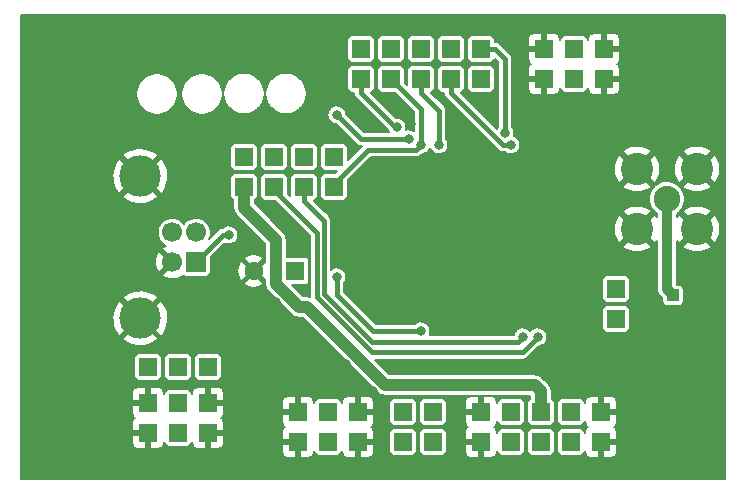
<source format=gbr>
G04 #@! TF.GenerationSoftware,KiCad,Pcbnew,(5.99.0-494-g9b7d4e274)*
G04 #@! TF.CreationDate,2020-06-03T14:44:00+02:00*
G04 #@! TF.ProjectId,GPS02A,47505330-3241-42e6-9b69-6361645f7063,REV*
G04 #@! TF.SameCoordinates,Original*
G04 #@! TF.FileFunction,Copper,L1,Top*
G04 #@! TF.FilePolarity,Positive*
%FSLAX46Y46*%
G04 Gerber Fmt 4.6, Leading zero omitted, Abs format (unit mm)*
G04 Created by KiCad (PCBNEW (5.99.0-494-g9b7d4e274)) date 2020-06-03 14:44:00*
%MOMM*%
%LPD*%
G04 APERTURE LIST*
%ADD10R,1.524000X1.524000*%
%ADD11C,6.000000*%
%ADD12C,2.240000*%
%ADD13C,2.740000*%
%ADD14R,1.000000X1.000000*%
%ADD15R,1.050000X2.200000*%
%ADD16C,3.500000*%
%ADD17C,1.700000*%
%ADD18R,1.700000X1.700000*%
%ADD19C,1.600000*%
%ADD20R,1.600000X1.600000*%
%ADD21C,0.800000*%
%ADD22C,1.000000*%
%ADD23C,0.400000*%
%ADD24C,0.860506*%
%ADD25C,0.500000*%
%ADD26C,0.200000*%
G04 APERTURE END LIST*
D10*
X39624000Y37084000D03*
X39624000Y34544000D03*
X19558000Y25400000D03*
X19558000Y27940000D03*
X11430000Y10160000D03*
X13970000Y10160000D03*
X16510000Y10160000D03*
D11*
X5080000Y35560000D03*
X55880000Y5080000D03*
X55880000Y35560000D03*
X5080000Y5080000D03*
D10*
X24638000Y25400000D03*
X24638000Y27940000D03*
X22098000Y25400000D03*
X22098000Y27940000D03*
X27178000Y25400000D03*
X27178000Y27940000D03*
D12*
X55372000Y24384000D03*
D13*
X52832000Y26924000D03*
X57912000Y26924000D03*
X57912000Y21844000D03*
X52832000Y21844000D03*
D14*
X55880000Y16232000D03*
X55880000Y13232000D03*
D15*
X54405000Y14732000D03*
X57355000Y14732000D03*
D10*
X32004000Y37084000D03*
X32004000Y34544000D03*
X50038000Y37084000D03*
X50038000Y34544000D03*
X47498000Y37084000D03*
X47498000Y34544000D03*
X44958000Y37084000D03*
X44958000Y34544000D03*
X51054000Y14224000D03*
X51054000Y16764000D03*
X37084000Y34544000D03*
X37084000Y37084000D03*
X29464000Y34544000D03*
X29464000Y37084000D03*
X34544000Y37084000D03*
X34544000Y34544000D03*
X39624000Y3810000D03*
X39624000Y6350000D03*
X49784000Y3810000D03*
X49784000Y6350000D03*
X44704000Y3810000D03*
X44704000Y6350000D03*
X42164000Y3810000D03*
X42164000Y6350000D03*
X47244000Y3810000D03*
X47244000Y6350000D03*
X33020000Y3810000D03*
X33020000Y6350000D03*
X35560000Y3810000D03*
X35560000Y6350000D03*
X29210000Y6350000D03*
X29210000Y3810000D03*
X26670000Y6350000D03*
X26670000Y3810000D03*
X24130000Y6350000D03*
X24130000Y3810000D03*
D16*
X10784000Y26320000D03*
X10784000Y14280000D03*
D17*
X13494000Y19050000D03*
X13494000Y21550000D03*
X15494000Y21550000D03*
D18*
X15494000Y19050000D03*
D10*
X16510000Y7112000D03*
X16510000Y4572000D03*
X13970000Y7112000D03*
X13970000Y4572000D03*
X11430000Y7112000D03*
X11430000Y4572000D03*
D19*
X20376000Y18288000D03*
D20*
X23876000Y18288000D03*
D21*
X8890000Y11049000D03*
X8890000Y9906000D03*
X7747000Y9906000D03*
X7747000Y11049000D03*
X21971000Y12954000D03*
X30861000Y15240000D03*
X46609000Y12192000D03*
X43307000Y30353000D03*
X33655000Y30734000D03*
X32512000Y30480000D03*
X33528000Y29464000D03*
X34544000Y28956000D03*
X36068000Y28956000D03*
X18288000Y21336000D03*
X34544000Y13208000D03*
X27432000Y17780000D03*
X32004000Y8636000D03*
X24892000Y15240000D03*
X27432000Y31496000D03*
X41656000Y29972000D03*
X42164000Y28956000D03*
X44450000Y12700000D03*
X43180000Y12700000D03*
X8382000Y28702000D03*
X7366000Y28702000D03*
X6350000Y28702000D03*
X1524000Y31496000D03*
X1524000Y30480000D03*
X1524000Y29464000D03*
X1524000Y28448000D03*
X1524000Y27432000D03*
X1524000Y26416000D03*
X1524000Y25400000D03*
X1524000Y24384000D03*
X1524000Y23368000D03*
X1524000Y22352000D03*
X1524000Y21336000D03*
X1524000Y20320000D03*
X1524000Y19304000D03*
X1524000Y18288000D03*
X1524000Y17272000D03*
X1524000Y16256000D03*
X1524000Y15240000D03*
X1524000Y14224000D03*
X1524000Y13208000D03*
X1524000Y12192000D03*
X1524000Y11176000D03*
X1524000Y10160000D03*
X7112000Y25908000D03*
X7112000Y24384000D03*
X7112000Y22860000D03*
X8636000Y22860000D03*
X10160000Y22860000D03*
X7112000Y15240000D03*
X7112000Y16764000D03*
X7112000Y18288000D03*
X8636000Y18288000D03*
X10160000Y18288000D03*
X11176000Y20828000D03*
X11176000Y19304000D03*
X11176000Y17780000D03*
X18796000Y4572000D03*
X18796000Y6096000D03*
X18796000Y3048000D03*
X18796000Y2032000D03*
X16764000Y2032000D03*
X14732000Y2032000D03*
X12192000Y2032000D03*
X10160000Y2032000D03*
X23876000Y1524000D03*
X25400000Y1524000D03*
X26924000Y1524000D03*
X28448000Y1524000D03*
X30480000Y1524000D03*
X32004000Y1524000D03*
X33528000Y1524000D03*
X35052000Y1524000D03*
X36576000Y1524000D03*
X38100000Y1524000D03*
X39624000Y1524000D03*
X41148000Y1524000D03*
X37592000Y3048000D03*
X37592000Y4572000D03*
X37592000Y6604000D03*
X42672000Y1524000D03*
X44196000Y1524000D03*
X45720000Y1524000D03*
X47244000Y1524000D03*
X48768000Y1524000D03*
X50292000Y1524000D03*
X52324000Y2032000D03*
X52324000Y3556000D03*
X52324000Y5080000D03*
X52324000Y6604000D03*
X52324000Y8128000D03*
X50800000Y8636000D03*
X49276000Y10668000D03*
X48260000Y11684000D03*
X50292000Y11684000D03*
X52324000Y10160000D03*
X54356000Y10160000D03*
X56388000Y10160000D03*
X58420000Y10160000D03*
X59436000Y11684000D03*
X59436000Y13208000D03*
X59436000Y15240000D03*
X59436000Y16764000D03*
X59436000Y18288000D03*
X57404000Y18796000D03*
X57404000Y17272000D03*
X53340000Y12192000D03*
X53340000Y14732000D03*
X53340000Y16764000D03*
X53340000Y18288000D03*
X18288000Y9144000D03*
X18288000Y11684000D03*
X18288000Y17272000D03*
X17780000Y18796000D03*
X22246182Y15642182D03*
X25400000Y38608000D03*
X26924000Y38608000D03*
X28448000Y39116000D03*
X29972000Y39116000D03*
X32004000Y39116000D03*
X34036000Y39116000D03*
X36068000Y39116000D03*
X38100000Y39116000D03*
X39624000Y39116000D03*
X41148000Y39116000D03*
X43180000Y39116000D03*
X44704000Y23876000D03*
X45720000Y22860000D03*
X47244000Y22860000D03*
X49276000Y22860000D03*
X49784000Y21336000D03*
X50292000Y19812000D03*
X51816000Y18796000D03*
X12192000Y23368000D03*
X13208000Y24384000D03*
X14224000Y25400000D03*
X15748000Y25400000D03*
X17272000Y25400000D03*
X17272000Y26924000D03*
X15748000Y26924000D03*
X14224000Y26924000D03*
X13208000Y28448000D03*
X11176000Y29972000D03*
X18288000Y23368000D03*
X21844000Y23368000D03*
X43688000Y24892000D03*
X42164000Y24892000D03*
X40640000Y24892000D03*
X39116000Y24892000D03*
X37592000Y24892000D03*
X36068000Y24892000D03*
X34544000Y24892000D03*
X33020000Y24892000D03*
X32004000Y23876000D03*
X32004000Y22352000D03*
X32004000Y20828000D03*
X32004000Y19304000D03*
X32004000Y17780000D03*
X33528000Y17272000D03*
X35052000Y17272000D03*
X36576000Y17272000D03*
X38100000Y17272000D03*
X39624000Y17272000D03*
X41148000Y17272000D03*
X42672000Y17272000D03*
X44196000Y17272000D03*
X45720000Y17272000D03*
X47244000Y17272000D03*
X48260000Y18288000D03*
X48768000Y19812000D03*
X39116000Y23368000D03*
X39116000Y21844000D03*
X39116000Y20320000D03*
X39116000Y18796000D03*
X50292000Y32004000D03*
X48768000Y32004000D03*
X52324000Y32004000D03*
X55880000Y30988000D03*
X55880000Y29464000D03*
X47752000Y28448000D03*
X47752000Y26416000D03*
X21336000Y38608000D03*
X17780000Y38608000D03*
X10160000Y38608000D03*
X14224000Y38608000D03*
X28178182Y10398182D03*
X27940000Y8128000D03*
X30464182Y8112182D03*
D22*
X24204000Y15240000D02*
X22262000Y17182000D01*
X22262000Y20934000D02*
X22262000Y17182000D01*
X19558000Y25400000D02*
X19558000Y23638000D01*
X19558000Y23638000D02*
X22262000Y20934000D01*
X24892000Y15240000D02*
X24204000Y15240000D01*
D23*
X16256000Y19812000D02*
X15494000Y19050000D01*
X17780000Y21336000D02*
X15494000Y19050000D01*
X18288000Y21336000D02*
X17780000Y21336000D01*
X22098000Y25400000D02*
X22098000Y25146000D01*
X22098000Y25146000D02*
X25729448Y21514552D01*
X25729448Y21514552D02*
X25729449Y16094009D01*
X25729449Y16094009D02*
X30431462Y11391996D01*
X34544000Y13208000D02*
X30480000Y13208000D01*
X30480000Y13208000D02*
X27432000Y16256000D01*
X27432000Y16256000D02*
X27432000Y17780000D01*
D22*
X44180000Y8636000D02*
X32004000Y8636000D01*
X44704000Y6350000D02*
X44704000Y8112000D01*
X44704000Y8112000D02*
X44180000Y8636000D01*
X31496000Y8636000D02*
X24892000Y15240000D01*
X32004000Y8636000D02*
X31496000Y8636000D01*
D23*
X34144001Y28556001D02*
X34544000Y28956000D01*
X30080001Y28556001D02*
X34144001Y28556001D01*
X27178000Y25654000D02*
X30080001Y28556001D01*
X27178000Y25400000D02*
X27178000Y25654000D01*
X29464000Y29464000D02*
X27432000Y31496000D01*
X32004000Y29464000D02*
X29464000Y29464000D01*
X32004000Y29464000D02*
X33528000Y29464000D01*
X31496000Y29464000D02*
X32004000Y29464000D01*
X32366000Y30480000D02*
X32512000Y30480000D01*
X29464000Y33382000D02*
X32366000Y30480000D01*
X29464000Y34544000D02*
X29464000Y33382000D01*
X34544000Y32004000D02*
X34544000Y28956000D01*
X32004000Y34544000D02*
X34544000Y32004000D01*
X36068000Y31858000D02*
X36068000Y29521685D01*
X36068000Y29521685D02*
X36068000Y28956000D01*
X34544000Y33382000D02*
X36068000Y31858000D01*
X34544000Y34544000D02*
X34544000Y33382000D01*
X40786000Y37084000D02*
X39624000Y37084000D01*
X41656000Y36214000D02*
X40786000Y37084000D01*
X41656000Y29972000D02*
X41656000Y36214000D01*
X41487998Y28956000D02*
X42164000Y28956000D01*
X37084000Y34544000D02*
X37084000Y33359998D01*
X37084000Y33359998D02*
X41487998Y28956000D01*
D24*
X55372000Y16740000D02*
X55880000Y16232000D01*
X55372000Y24384000D02*
X55372000Y16740000D01*
D23*
X30431462Y11391996D02*
X43141996Y11391996D01*
X43141996Y11391996D02*
X44450000Y12700000D01*
X24638000Y24238000D02*
X24638000Y25400000D01*
X43180000Y12700000D02*
X42729693Y12249693D01*
X26329458Y16342542D02*
X26329458Y22546542D01*
X30422307Y12249693D02*
X26329458Y16342542D01*
X42729693Y12249693D02*
X30422307Y12249693D01*
X26329458Y22546542D02*
X24638000Y24238000D01*
D25*
X10784000Y26320000D02*
X10764000Y26320000D01*
X10764000Y26320000D02*
X8382000Y28702000D01*
X18796000Y4572000D02*
X18796000Y6096000D01*
X18796000Y3048000D02*
X18796000Y2032000D01*
X16764000Y2032000D02*
X14732000Y2032000D01*
X12192000Y2032000D02*
X10160000Y2032000D01*
X23876000Y1524000D02*
X25400000Y1524000D01*
X26924000Y1524000D02*
X28448000Y1524000D01*
X30480000Y1524000D02*
X32004000Y1524000D01*
X33528000Y1524000D02*
X35052000Y1524000D01*
X36576000Y1524000D02*
X38100000Y1524000D01*
X39624000Y1524000D02*
X41148000Y1524000D01*
X37592000Y3048000D02*
X37592000Y4572000D01*
X41148000Y1524000D02*
X42672000Y1524000D01*
X44196000Y1524000D02*
X45720000Y1524000D01*
X47244000Y1524000D02*
X48768000Y1524000D01*
X48768000Y1524000D02*
X50292000Y1524000D01*
X52324000Y2032000D02*
X52324000Y3556000D01*
X52324000Y5080000D02*
X52324000Y6604000D01*
X52324000Y8128000D02*
X51308000Y8128000D01*
X51308000Y8128000D02*
X50800000Y8636000D01*
X49276000Y10668000D02*
X48260000Y11684000D01*
X50292000Y11684000D02*
X51816000Y11684000D01*
X51816000Y11684000D02*
X52324000Y11176000D01*
X52324000Y11176000D02*
X52324000Y10160000D01*
X54356000Y10160000D02*
X56388000Y10160000D01*
X58420000Y10160000D02*
X58420000Y10668000D01*
X58420000Y10668000D02*
X59436000Y11684000D01*
X59436000Y13208000D02*
X59436000Y15240000D01*
X59436000Y16764000D02*
X59436000Y18288000D01*
X57404000Y18796000D02*
X57404000Y17272000D01*
X52324000Y11176000D02*
X53340000Y12192000D01*
X53340000Y14732000D02*
X53340000Y16764000D01*
X18288000Y9144000D02*
X18288000Y11684000D01*
X18288000Y17272000D02*
X18288000Y18288000D01*
X18288000Y18288000D02*
X17780000Y18796000D01*
X22246182Y15642182D02*
X22246182Y15272180D01*
X22246182Y15272180D02*
X21706002Y14732000D01*
X25400000Y38608000D02*
X26924000Y38608000D01*
X28448000Y39116000D02*
X29972000Y39116000D01*
X32004000Y39116000D02*
X34036000Y39116000D01*
X36068000Y39116000D02*
X38100000Y39116000D01*
X39624000Y39116000D02*
X41148000Y39116000D01*
X44704000Y23876000D02*
X45720000Y22860000D01*
X47244000Y22860000D02*
X49276000Y22860000D01*
X49784000Y21336000D02*
X49784000Y20320000D01*
X49784000Y20320000D02*
X50292000Y19812000D01*
X12192000Y23368000D02*
X13208000Y24384000D01*
X14224000Y25400000D02*
X15748000Y25400000D01*
X17272000Y25400000D02*
X17272000Y26924000D01*
X15748000Y26924000D02*
X14224000Y26924000D01*
X13208000Y28448000D02*
X12700000Y28448000D01*
X12700000Y28448000D02*
X11176000Y29972000D01*
X43688000Y24892000D02*
X42164000Y24892000D01*
X40640000Y24892000D02*
X39116000Y24892000D01*
X37592000Y24892000D02*
X36068000Y24892000D01*
X34544000Y24892000D02*
X33020000Y24892000D01*
X32004000Y23876000D02*
X32004000Y22352000D01*
X32004000Y20828000D02*
X32004000Y19304000D01*
X33020000Y17780000D02*
X33528000Y17272000D01*
X32004000Y17780000D02*
X33020000Y17780000D01*
X35052000Y17272000D02*
X36576000Y17272000D01*
X38100000Y17272000D02*
X39624000Y17272000D01*
X41148000Y17272000D02*
X42672000Y17272000D01*
X44196000Y17272000D02*
X45720000Y17272000D01*
X47244000Y17272000D02*
X48260000Y18288000D01*
X39116000Y24892000D02*
X39116000Y23368000D01*
X39116000Y21844000D02*
X39116000Y20320000D01*
X50038000Y34544000D02*
X50038000Y32258000D01*
X50038000Y32258000D02*
X50292000Y32004000D01*
X50292000Y32004000D02*
X52324000Y32004000D01*
X55880000Y30988000D02*
X55880000Y29464000D01*
X47752000Y28448000D02*
X47752000Y26416000D01*
X21336000Y38608000D02*
X17780000Y38608000D01*
X17780000Y38608000D02*
X14224000Y38608000D01*
X27940000Y8128000D02*
X30448364Y8128000D01*
X30448364Y8128000D02*
X30464182Y8112182D01*
G36*
X60307001Y653000D02*
G01*
X653000Y653000D01*
X653000Y4417000D01*
X10053163Y4417000D01*
X10053163Y3796966D01*
X10131326Y3505259D01*
X10271808Y3337838D01*
X10457191Y3230807D01*
X10659339Y3195163D01*
X11275000Y3195163D01*
X11275000Y4417000D01*
X10053163Y4417000D01*
X653000Y4417000D01*
X653000Y6957000D01*
X10053163Y6957000D01*
X10053163Y6336966D01*
X10131326Y6045259D01*
X10271808Y5877838D01*
X10331041Y5843640D01*
X10195838Y5730192D01*
X10088807Y5544809D01*
X10053163Y5342661D01*
X10053163Y4727000D01*
X11585000Y4727000D01*
X11585000Y3195163D01*
X12205034Y3195163D01*
X12496742Y3273326D01*
X12664162Y3413808D01*
X12771193Y3599191D01*
X12804990Y3790864D01*
X12832151Y3654318D01*
X12920337Y3522337D01*
X13052318Y3434151D01*
X13198249Y3405123D01*
X14741751Y3405123D01*
X14887682Y3434151D01*
X15019663Y3522337D01*
X15107849Y3654318D01*
X15134920Y3790410D01*
X15211326Y3505259D01*
X15351808Y3337838D01*
X15537191Y3230807D01*
X15739339Y3195163D01*
X16355000Y3195163D01*
X16355000Y4417000D01*
X16665000Y4417000D01*
X16665000Y3195163D01*
X17285034Y3195163D01*
X17576742Y3273326D01*
X17744162Y3413808D01*
X17851193Y3599191D01*
X17861033Y3655000D01*
X22753163Y3655000D01*
X22753163Y3034966D01*
X22831326Y2743259D01*
X22971808Y2575838D01*
X23157191Y2468807D01*
X23359339Y2433163D01*
X23975000Y2433163D01*
X23975000Y3655000D01*
X22753163Y3655000D01*
X17861033Y3655000D01*
X17886837Y3801339D01*
X17886837Y4417000D01*
X16665000Y4417000D01*
X16355000Y4417000D01*
X16355000Y4727000D01*
X17886837Y4727000D01*
X17886837Y5347034D01*
X17808674Y5638741D01*
X17668192Y5806162D01*
X17608960Y5840360D01*
X17744162Y5953808D01*
X17851193Y6139191D01*
X17861033Y6195000D01*
X22753163Y6195000D01*
X22753163Y5574966D01*
X22831326Y5283259D01*
X22971808Y5115838D01*
X23031041Y5081640D01*
X22895838Y4968192D01*
X22788807Y4782809D01*
X22753163Y4580661D01*
X22753163Y3965000D01*
X24285000Y3965000D01*
X24285000Y2433163D01*
X24905034Y2433163D01*
X25196742Y2511326D01*
X25364162Y2651808D01*
X25471193Y2837191D01*
X25504990Y3028864D01*
X25532151Y2892318D01*
X25620337Y2760337D01*
X25752318Y2672151D01*
X25898249Y2643123D01*
X27441751Y2643123D01*
X27587682Y2672151D01*
X27719663Y2760337D01*
X27807849Y2892318D01*
X27834920Y3028410D01*
X27911326Y2743259D01*
X28051808Y2575838D01*
X28237191Y2468807D01*
X28439339Y2433163D01*
X29055000Y2433163D01*
X29055000Y3655000D01*
X29365000Y3655000D01*
X29365000Y2433163D01*
X29985034Y2433163D01*
X30276742Y2511326D01*
X30444162Y2651808D01*
X30551193Y2837191D01*
X30586837Y3039339D01*
X30586837Y3655000D01*
X29365000Y3655000D01*
X29055000Y3655000D01*
X29055000Y3965000D01*
X30586837Y3965000D01*
X30586837Y4581751D01*
X31853123Y4581751D01*
X31853123Y3038249D01*
X31882151Y2892318D01*
X31970337Y2760337D01*
X32102318Y2672151D01*
X32248249Y2643123D01*
X33791751Y2643123D01*
X33937682Y2672151D01*
X34069663Y2760337D01*
X34157849Y2892318D01*
X34186877Y3038249D01*
X34186877Y4581751D01*
X34393123Y4581751D01*
X34393123Y3038249D01*
X34422151Y2892318D01*
X34510337Y2760337D01*
X34642318Y2672151D01*
X34788249Y2643123D01*
X36331751Y2643123D01*
X36477682Y2672151D01*
X36609663Y2760337D01*
X36697849Y2892318D01*
X36726877Y3038249D01*
X36726877Y3655000D01*
X38247163Y3655000D01*
X38247163Y3034966D01*
X38325326Y2743259D01*
X38465808Y2575838D01*
X38651191Y2468807D01*
X38853339Y2433163D01*
X39469000Y2433163D01*
X39469000Y3655000D01*
X38247163Y3655000D01*
X36726877Y3655000D01*
X36726877Y4581751D01*
X36697849Y4727682D01*
X36609663Y4859663D01*
X36477682Y4947849D01*
X36331751Y4976877D01*
X34788249Y4976877D01*
X34642318Y4947849D01*
X34510337Y4859663D01*
X34422151Y4727682D01*
X34393123Y4581751D01*
X34186877Y4581751D01*
X34157849Y4727682D01*
X34069663Y4859663D01*
X33937682Y4947849D01*
X33791751Y4976877D01*
X32248249Y4976877D01*
X32102318Y4947849D01*
X31970337Y4859663D01*
X31882151Y4727682D01*
X31853123Y4581751D01*
X30586837Y4581751D01*
X30586837Y4585034D01*
X30508674Y4876741D01*
X30368192Y5044162D01*
X30308960Y5078360D01*
X30444162Y5191808D01*
X30551193Y5377191D01*
X30586837Y5579339D01*
X30586837Y6195000D01*
X29055000Y6195000D01*
X29055000Y7726837D01*
X29365000Y7726837D01*
X29365000Y6505000D01*
X30586837Y6505000D01*
X30586837Y7121751D01*
X31853123Y7121751D01*
X31853123Y5578249D01*
X31882151Y5432318D01*
X31970337Y5300337D01*
X32102318Y5212151D01*
X32248249Y5183123D01*
X33791751Y5183123D01*
X33937682Y5212151D01*
X34069663Y5300337D01*
X34157849Y5432318D01*
X34186877Y5578249D01*
X34186877Y7121751D01*
X34393123Y7121751D01*
X34393123Y5578249D01*
X34422151Y5432318D01*
X34510337Y5300337D01*
X34642318Y5212151D01*
X34788249Y5183123D01*
X36331751Y5183123D01*
X36477682Y5212151D01*
X36609663Y5300337D01*
X36697849Y5432318D01*
X36726877Y5578249D01*
X36726877Y6195000D01*
X38247163Y6195000D01*
X38247163Y5574966D01*
X38325326Y5283259D01*
X38465808Y5115838D01*
X38525041Y5081640D01*
X38389838Y4968192D01*
X38282807Y4782809D01*
X38247163Y4580661D01*
X38247163Y3965000D01*
X39779000Y3965000D01*
X39779000Y2433163D01*
X40399034Y2433163D01*
X40690742Y2511326D01*
X40858162Y2651808D01*
X40965193Y2837191D01*
X40998990Y3028864D01*
X41026151Y2892318D01*
X41114337Y2760337D01*
X41246318Y2672151D01*
X41392249Y2643123D01*
X42935751Y2643123D01*
X43081682Y2672151D01*
X43213663Y2760337D01*
X43301849Y2892318D01*
X43330877Y3038249D01*
X43330877Y4581751D01*
X43537123Y4581751D01*
X43537123Y3038249D01*
X43566151Y2892318D01*
X43654337Y2760337D01*
X43786318Y2672151D01*
X43932249Y2643123D01*
X45475751Y2643123D01*
X45621682Y2672151D01*
X45753663Y2760337D01*
X45841849Y2892318D01*
X45870877Y3038249D01*
X45870877Y4581751D01*
X45841849Y4727682D01*
X45753663Y4859663D01*
X45621682Y4947849D01*
X45475751Y4976877D01*
X43932249Y4976877D01*
X43786318Y4947849D01*
X43654337Y4859663D01*
X43566151Y4727682D01*
X43537123Y4581751D01*
X43330877Y4581751D01*
X43301849Y4727682D01*
X43213663Y4859663D01*
X43081682Y4947849D01*
X42935751Y4976877D01*
X41392249Y4976877D01*
X41246318Y4947849D01*
X41114337Y4859663D01*
X41026151Y4727682D01*
X40999080Y4591590D01*
X40922674Y4876741D01*
X40782192Y5044162D01*
X40722960Y5078360D01*
X40858162Y5191808D01*
X40965193Y5377191D01*
X40998990Y5568864D01*
X41026151Y5432318D01*
X41114337Y5300337D01*
X41246318Y5212151D01*
X41392249Y5183123D01*
X42935751Y5183123D01*
X43081682Y5212151D01*
X43213663Y5300337D01*
X43301849Y5432318D01*
X43330877Y5578249D01*
X43330877Y7121751D01*
X43301849Y7267682D01*
X43213663Y7399663D01*
X43081682Y7487849D01*
X42935751Y7516877D01*
X41392249Y7516877D01*
X41246318Y7487849D01*
X41114337Y7399663D01*
X41026151Y7267682D01*
X40999080Y7131590D01*
X40922674Y7416741D01*
X40782192Y7584162D01*
X40596809Y7691193D01*
X40394661Y7726837D01*
X39779000Y7726837D01*
X39779000Y6195000D01*
X38247163Y6195000D01*
X36726877Y6195000D01*
X36726877Y7120661D01*
X38247163Y7120661D01*
X38247163Y6505000D01*
X39469000Y6505000D01*
X39469000Y7726837D01*
X38848966Y7726837D01*
X38557259Y7648674D01*
X38389838Y7508192D01*
X38282807Y7322809D01*
X38247163Y7120661D01*
X36726877Y7120661D01*
X36726877Y7121751D01*
X36697849Y7267682D01*
X36609663Y7399663D01*
X36477682Y7487849D01*
X36331751Y7516877D01*
X34788249Y7516877D01*
X34642318Y7487849D01*
X34510337Y7399663D01*
X34422151Y7267682D01*
X34393123Y7121751D01*
X34186877Y7121751D01*
X34157849Y7267682D01*
X34069663Y7399663D01*
X33937682Y7487849D01*
X33791751Y7516877D01*
X32248249Y7516877D01*
X32102318Y7487849D01*
X31970337Y7399663D01*
X31882151Y7267682D01*
X31853123Y7121751D01*
X30586837Y7121751D01*
X30586837Y7125034D01*
X30508674Y7416741D01*
X30368192Y7584162D01*
X30182809Y7691193D01*
X29980661Y7726837D01*
X29365000Y7726837D01*
X29055000Y7726837D01*
X28434966Y7726837D01*
X28143259Y7648674D01*
X27975838Y7508192D01*
X27868807Y7322809D01*
X27835010Y7131136D01*
X27807849Y7267682D01*
X27719663Y7399663D01*
X27587682Y7487849D01*
X27441751Y7516877D01*
X25898249Y7516877D01*
X25752318Y7487849D01*
X25620337Y7399663D01*
X25532151Y7267682D01*
X25505080Y7131590D01*
X25428674Y7416741D01*
X25288192Y7584162D01*
X25102809Y7691193D01*
X24900661Y7726837D01*
X24285000Y7726837D01*
X24285000Y6195000D01*
X22753163Y6195000D01*
X17861033Y6195000D01*
X17886837Y6341339D01*
X17886837Y6957000D01*
X16355000Y6957000D01*
X16355000Y7120661D01*
X22753163Y7120661D01*
X22753163Y6505000D01*
X23975000Y6505000D01*
X23975000Y7726837D01*
X23354966Y7726837D01*
X23063259Y7648674D01*
X22895838Y7508192D01*
X22788807Y7322809D01*
X22753163Y7120661D01*
X16355000Y7120661D01*
X16355000Y8488837D01*
X16665000Y8488837D01*
X16665000Y7267000D01*
X17886837Y7267000D01*
X17886837Y7887034D01*
X17808674Y8178741D01*
X17668192Y8346162D01*
X17482809Y8453193D01*
X17280661Y8488837D01*
X16665000Y8488837D01*
X16355000Y8488837D01*
X15734966Y8488837D01*
X15443259Y8410674D01*
X15275838Y8270192D01*
X15168807Y8084809D01*
X15135010Y7893136D01*
X15107849Y8029682D01*
X15019663Y8161663D01*
X14887682Y8249849D01*
X14741751Y8278877D01*
X13198249Y8278877D01*
X13052318Y8249849D01*
X12920337Y8161663D01*
X12832151Y8029682D01*
X12805080Y7893590D01*
X12728674Y8178741D01*
X12588192Y8346162D01*
X12402809Y8453193D01*
X12200661Y8488837D01*
X11585000Y8488837D01*
X11585000Y6957000D01*
X10053163Y6957000D01*
X653000Y6957000D01*
X653000Y7882661D01*
X10053163Y7882661D01*
X10053163Y7267000D01*
X11275000Y7267000D01*
X11275000Y8488837D01*
X10654966Y8488837D01*
X10363259Y8410674D01*
X10195838Y8270192D01*
X10088807Y8084809D01*
X10053163Y7882661D01*
X653000Y7882661D01*
X653000Y10931751D01*
X10263123Y10931751D01*
X10263123Y9388249D01*
X10292151Y9242318D01*
X10380337Y9110337D01*
X10512318Y9022151D01*
X10658249Y8993123D01*
X12201751Y8993123D01*
X12347682Y9022151D01*
X12479663Y9110337D01*
X12567849Y9242318D01*
X12596877Y9388249D01*
X12596877Y10931751D01*
X12803123Y10931751D01*
X12803123Y9388249D01*
X12832151Y9242318D01*
X12920337Y9110337D01*
X13052318Y9022151D01*
X13198249Y8993123D01*
X14741751Y8993123D01*
X14887682Y9022151D01*
X15019663Y9110337D01*
X15107849Y9242318D01*
X15136877Y9388249D01*
X15136877Y10931751D01*
X15343123Y10931751D01*
X15343123Y9388249D01*
X15372151Y9242318D01*
X15460337Y9110337D01*
X15592318Y9022151D01*
X15738249Y8993123D01*
X17281751Y8993123D01*
X17427682Y9022151D01*
X17559663Y9110337D01*
X17647849Y9242318D01*
X17676877Y9388249D01*
X17676877Y10931751D01*
X17647849Y11077682D01*
X17559663Y11209663D01*
X17427682Y11297849D01*
X17281751Y11326877D01*
X15738249Y11326877D01*
X15592318Y11297849D01*
X15460337Y11209663D01*
X15372151Y11077682D01*
X15343123Y10931751D01*
X15136877Y10931751D01*
X15107849Y11077682D01*
X15019663Y11209663D01*
X14887682Y11297849D01*
X14741751Y11326877D01*
X13198249Y11326877D01*
X13052318Y11297849D01*
X12920337Y11209663D01*
X12832151Y11077682D01*
X12803123Y10931751D01*
X12596877Y10931751D01*
X12567849Y11077682D01*
X12479663Y11209663D01*
X12347682Y11297849D01*
X12201751Y11326877D01*
X10658249Y11326877D01*
X10512318Y11297849D01*
X10380337Y11209663D01*
X10292151Y11077682D01*
X10263123Y10931751D01*
X653000Y10931751D01*
X653000Y12507150D01*
X9230354Y12507150D01*
X9323151Y12423593D01*
X9581506Y12246694D01*
X9860987Y12105518D01*
X10156684Y12002545D01*
X10463403Y11939585D01*
X10775754Y11917743D01*
X11088250Y11937404D01*
X11395400Y11998222D01*
X11691810Y12099127D01*
X11972270Y12238348D01*
X12231852Y12413439D01*
X12337533Y12507263D01*
X10784000Y14060797D01*
X9230354Y12507150D01*
X653000Y12507150D01*
X653000Y14337715D01*
X8422434Y14337715D01*
X8435546Y14024877D01*
X8489918Y13716519D01*
X8584593Y13418062D01*
X8717911Y13134748D01*
X8887528Y12871556D01*
X9011126Y12726329D01*
X10564797Y14280000D01*
X11003203Y14280000D01*
X12556746Y12726458D01*
X12670593Y12858350D01*
X12842043Y13120352D01*
X12977336Y13402729D01*
X13074093Y13700517D01*
X13130835Y14009683D01*
X13141239Y14435351D01*
X13099667Y14746920D01*
X13017572Y15049080D01*
X12896234Y15337729D01*
X12737788Y15607793D01*
X12559368Y15836164D01*
X11003203Y14280000D01*
X10564797Y14280000D01*
X9003152Y15841644D01*
X8776323Y15524813D01*
X8629325Y15248350D01*
X8520182Y14954873D01*
X8450812Y14649540D01*
X8422434Y14337715D01*
X653000Y14337715D01*
X653000Y16053751D01*
X9229453Y16053751D01*
X10784000Y14499203D01*
X12342526Y16057730D01*
X12070585Y16261167D01*
X11797261Y16413923D01*
X11506135Y16529188D01*
X11202322Y16604937D01*
X10891160Y16639839D01*
X10578115Y16633282D01*
X10268686Y16585380D01*
X9968312Y16496975D01*
X9682268Y16369620D01*
X9415581Y16205552D01*
X9229453Y16053751D01*
X653000Y16053751D01*
X653000Y17177771D01*
X19484974Y17177771D01*
X19779105Y17007955D01*
X20010451Y16923751D01*
X20252904Y16881000D01*
X20499096Y16881000D01*
X20741549Y16923751D01*
X20972895Y17007955D01*
X21267026Y17177771D01*
X20376000Y18068797D01*
X19484974Y17177771D01*
X653000Y17177771D01*
X653000Y19065312D01*
X12031816Y19065312D01*
X12050140Y18818731D01*
X12109748Y18578762D01*
X12208936Y18352268D01*
X12355050Y18130253D01*
X13274797Y19050000D01*
X12356961Y19967836D01*
X12223830Y19774492D01*
X12119920Y19550124D01*
X12055299Y19311456D01*
X12031816Y19065312D01*
X653000Y19065312D01*
X653000Y21469054D01*
X12242271Y21469054D01*
X12277983Y21242300D01*
X12354419Y21025851D01*
X12469020Y20826956D01*
X12617948Y20652276D01*
X12796215Y20507660D01*
X12968843Y20413735D01*
X12958078Y20410516D01*
X12736507Y20300770D01*
X12577888Y20185315D01*
X13713202Y19050000D01*
X12578746Y17915543D01*
X12710479Y17815369D01*
X12929703Y17701006D01*
X13165062Y17625213D01*
X13409826Y17590160D01*
X13656997Y17596848D01*
X13899508Y17645086D01*
X14130423Y17733495D01*
X14343141Y17859548D01*
X14383732Y17894033D01*
X14488318Y17824151D01*
X14634249Y17795123D01*
X16353751Y17795123D01*
X16499682Y17824151D01*
X16631663Y17912337D01*
X16719849Y18044318D01*
X16748877Y18190249D01*
X16748877Y18411096D01*
X18969000Y18411096D01*
X18969000Y18164904D01*
X19011751Y17922451D01*
X19095955Y17691105D01*
X19265771Y17396974D01*
X20156797Y18288000D01*
X19265771Y19179026D01*
X19095955Y18884895D01*
X19011751Y18653549D01*
X18969000Y18411096D01*
X16748877Y18411096D01*
X16748877Y19398229D01*
X19484974Y19398229D01*
X20376000Y18507203D01*
X21267026Y19398229D01*
X20972895Y19568045D01*
X20741549Y19652249D01*
X20499096Y19695000D01*
X20252904Y19695000D01*
X20010451Y19652249D01*
X19779105Y19568045D01*
X19484974Y19398229D01*
X16748877Y19398229D01*
X16748877Y19457763D01*
X17917733Y20626618D01*
X17984004Y20587348D01*
X18217576Y20531056D01*
X18457375Y20545933D01*
X18682200Y20630662D01*
X18872171Y20777754D01*
X19010493Y20974203D01*
X19085060Y21203017D01*
X19087260Y21455052D01*
X19016698Y21685133D01*
X18881824Y21883965D01*
X18694450Y22034350D01*
X18471139Y22122990D01*
X18231636Y22142051D01*
X17997116Y22089843D01*
X17788314Y21970987D01*
X17758392Y21939178D01*
X17726988Y21941926D01*
X17650235Y21921359D01*
X17571971Y21907559D01*
X17548790Y21894177D01*
X17522946Y21887251D01*
X17457859Y21841677D01*
X17389030Y21801940D01*
X17337951Y21741066D01*
X16632074Y21035189D01*
X16681423Y21145768D01*
X16735511Y21370200D01*
X16743418Y21662398D01*
X16701546Y21889425D01*
X16619470Y22103800D01*
X16499702Y22299627D01*
X16346252Y22470349D01*
X16164261Y22610249D01*
X15959822Y22714639D01*
X15739783Y22780027D01*
X15511513Y22804220D01*
X15282656Y22786411D01*
X15060877Y22727192D01*
X14853604Y22628550D01*
X14667777Y22493787D01*
X14509621Y22327416D01*
X14494967Y22304894D01*
X14346252Y22470349D01*
X14164261Y22610249D01*
X13959822Y22714639D01*
X13739783Y22780027D01*
X13511513Y22804220D01*
X13282656Y22786411D01*
X13060877Y22727192D01*
X12853604Y22628550D01*
X12667777Y22493787D01*
X12509621Y22327416D01*
X12384432Y22135009D01*
X12296403Y21923010D01*
X12248480Y21698519D01*
X12242271Y21469054D01*
X653000Y21469054D01*
X653000Y24547150D01*
X9230354Y24547150D01*
X9323151Y24463593D01*
X9581506Y24286694D01*
X9860987Y24145518D01*
X10156684Y24042545D01*
X10463403Y23979585D01*
X10775754Y23957743D01*
X11088250Y23977404D01*
X11395400Y24038222D01*
X11691810Y24139127D01*
X11972270Y24278348D01*
X12231852Y24453439D01*
X12337533Y24547263D01*
X10784000Y26100797D01*
X9230354Y24547150D01*
X653000Y24547150D01*
X653000Y26377715D01*
X8422434Y26377715D01*
X8435546Y26064877D01*
X8489918Y25756519D01*
X8584593Y25458062D01*
X8717911Y25174748D01*
X8887528Y24911556D01*
X9011126Y24766329D01*
X10564797Y26320000D01*
X11003203Y26320000D01*
X12556746Y24766458D01*
X12670593Y24898350D01*
X12842043Y25160352D01*
X12977336Y25442729D01*
X13074093Y25740517D01*
X13130835Y26049683D01*
X13133818Y26171751D01*
X18391123Y26171751D01*
X18391123Y24628249D01*
X18420151Y24482318D01*
X18508337Y24350337D01*
X18640318Y24262151D01*
X18659001Y24258435D01*
X18659001Y23658028D01*
X18654582Y23552602D01*
X18673024Y23473976D01*
X18683983Y23393971D01*
X18701028Y23354581D01*
X18711676Y23309182D01*
X18738645Y23267654D01*
X18781804Y23167918D01*
X18936812Y22976501D01*
X18975902Y22948721D01*
X21363000Y20561621D01*
X21363000Y19055798D01*
X20595203Y18288000D01*
X21363001Y17520201D01*
X21363001Y17202029D01*
X21358582Y17096602D01*
X21377024Y17017976D01*
X21387983Y16937971D01*
X21405028Y16898581D01*
X21415676Y16853182D01*
X21442645Y16811654D01*
X21485804Y16711918D01*
X21640812Y16520501D01*
X21679902Y16492721D01*
X23554161Y14618460D01*
X23625573Y14540801D01*
X23694210Y14498244D01*
X23758531Y14449422D01*
X23798436Y14433621D01*
X23838068Y14409049D01*
X23886498Y14398755D01*
X23987544Y14358748D01*
X24232503Y14333003D01*
X24279788Y14341000D01*
X24519623Y14341000D01*
X30846150Y8014472D01*
X30917573Y7936801D01*
X30986214Y7894242D01*
X31050531Y7845422D01*
X31090432Y7829624D01*
X31130067Y7805049D01*
X31178501Y7794754D01*
X31279543Y7754749D01*
X31524503Y7729004D01*
X31571781Y7737000D01*
X43805001Y7737000D01*
X43805001Y7491565D01*
X43786318Y7487849D01*
X43654337Y7399663D01*
X43566151Y7267682D01*
X43537123Y7121751D01*
X43537123Y5578249D01*
X43566151Y5432318D01*
X43654337Y5300337D01*
X43786318Y5212151D01*
X43932249Y5183123D01*
X45475751Y5183123D01*
X45621682Y5212151D01*
X45753663Y5300337D01*
X45841849Y5432318D01*
X45870877Y5578249D01*
X45870877Y7121751D01*
X46077123Y7121751D01*
X46077123Y5578249D01*
X46106151Y5432318D01*
X46194337Y5300337D01*
X46326318Y5212151D01*
X46472249Y5183123D01*
X48015751Y5183123D01*
X48161682Y5212151D01*
X48293663Y5300337D01*
X48381849Y5432318D01*
X48408920Y5568410D01*
X48485326Y5283259D01*
X48625808Y5115838D01*
X48685041Y5081640D01*
X48549838Y4968192D01*
X48442807Y4782809D01*
X48409010Y4591136D01*
X48381849Y4727682D01*
X48293663Y4859663D01*
X48161682Y4947849D01*
X48015751Y4976877D01*
X46472249Y4976877D01*
X46326318Y4947849D01*
X46194337Y4859663D01*
X46106151Y4727682D01*
X46077123Y4581751D01*
X46077123Y3038249D01*
X46106151Y2892318D01*
X46194337Y2760337D01*
X46326318Y2672151D01*
X46472249Y2643123D01*
X48015751Y2643123D01*
X48161682Y2672151D01*
X48293663Y2760337D01*
X48381849Y2892318D01*
X48408920Y3028410D01*
X48485326Y2743259D01*
X48625808Y2575838D01*
X48811191Y2468807D01*
X49013339Y2433163D01*
X49629000Y2433163D01*
X49629000Y3655000D01*
X49939000Y3655000D01*
X49939000Y2433163D01*
X50559034Y2433163D01*
X50850742Y2511326D01*
X51018162Y2651808D01*
X51125193Y2837191D01*
X51160837Y3039339D01*
X51160837Y3655000D01*
X49939000Y3655000D01*
X49629000Y3655000D01*
X49629000Y3965000D01*
X51160837Y3965000D01*
X51160837Y4585034D01*
X51082674Y4876741D01*
X50942192Y5044162D01*
X50882960Y5078360D01*
X51018162Y5191808D01*
X51125193Y5377191D01*
X51160837Y5579339D01*
X51160837Y6195000D01*
X49629000Y6195000D01*
X49629000Y7726837D01*
X49939000Y7726837D01*
X49939000Y6505000D01*
X51160837Y6505000D01*
X51160837Y7125034D01*
X51082674Y7416741D01*
X50942192Y7584162D01*
X50756809Y7691193D01*
X50554661Y7726837D01*
X49939000Y7726837D01*
X49629000Y7726837D01*
X49008966Y7726837D01*
X48717259Y7648674D01*
X48549838Y7508192D01*
X48442807Y7322809D01*
X48409010Y7131136D01*
X48381849Y7267682D01*
X48293663Y7399663D01*
X48161682Y7487849D01*
X48015751Y7516877D01*
X46472249Y7516877D01*
X46326318Y7487849D01*
X46194337Y7399663D01*
X46106151Y7267682D01*
X46077123Y7121751D01*
X45870877Y7121751D01*
X45841849Y7267682D01*
X45753663Y7399663D01*
X45621682Y7487849D01*
X45603000Y7491565D01*
X45603000Y8091995D01*
X45607418Y8197399D01*
X45588977Y8276017D01*
X45578018Y8356030D01*
X45560970Y8395424D01*
X45550324Y8440818D01*
X45523358Y8482344D01*
X45480197Y8582082D01*
X45325189Y8773499D01*
X45286099Y8801279D01*
X44829850Y9257528D01*
X44758427Y9335199D01*
X44689783Y9377760D01*
X44625468Y9426579D01*
X44585570Y9442375D01*
X44545933Y9466951D01*
X44497497Y9477246D01*
X44396455Y9517251D01*
X44151497Y9542997D01*
X44104214Y9535000D01*
X31868379Y9535000D01*
X30610383Y10792996D01*
X43115854Y10792996D01*
X43195007Y10786070D01*
X43271767Y10806638D01*
X43350026Y10820437D01*
X43373204Y10833819D01*
X43399049Y10840744D01*
X43464136Y10886318D01*
X43532965Y10926056D01*
X43584049Y10986935D01*
X44499618Y11902503D01*
X44619375Y11909933D01*
X44844200Y11994662D01*
X45034171Y12141754D01*
X45172493Y12338203D01*
X45247060Y12567017D01*
X45249260Y12819052D01*
X45178698Y13049133D01*
X45043824Y13247965D01*
X44856450Y13398350D01*
X44633139Y13486990D01*
X44393636Y13506051D01*
X44159116Y13453843D01*
X43950315Y13334987D01*
X43813471Y13189518D01*
X43773824Y13247965D01*
X43586450Y13398350D01*
X43363139Y13486990D01*
X43123636Y13506051D01*
X42889116Y13453843D01*
X42680315Y13334987D01*
X42515692Y13159988D01*
X42409805Y12944320D01*
X42394573Y12848693D01*
X35267304Y12848693D01*
X35341060Y13075017D01*
X35343260Y13327052D01*
X35272698Y13557133D01*
X35137824Y13755965D01*
X34950450Y13906350D01*
X34727139Y13994990D01*
X34487636Y14014051D01*
X34253116Y13961843D01*
X34044315Y13842987D01*
X34010461Y13807000D01*
X30728115Y13807000D01*
X29539364Y14995751D01*
X49887123Y14995751D01*
X49887123Y13452249D01*
X49916151Y13306318D01*
X50004337Y13174337D01*
X50136318Y13086151D01*
X50282249Y13057123D01*
X51825751Y13057123D01*
X51971682Y13086151D01*
X52103663Y13174337D01*
X52191849Y13306318D01*
X52220877Y13452249D01*
X52220877Y14995751D01*
X52191849Y15141682D01*
X52103663Y15273663D01*
X51971682Y15361849D01*
X51825751Y15390877D01*
X50282249Y15390877D01*
X50136318Y15361849D01*
X50004337Y15273663D01*
X49916151Y15141682D01*
X49887123Y14995751D01*
X29539364Y14995751D01*
X28031000Y16504114D01*
X28031000Y17242815D01*
X28154493Y17418203D01*
X28192800Y17535751D01*
X49887123Y17535751D01*
X49887123Y15992249D01*
X49916151Y15846318D01*
X50004337Y15714337D01*
X50136318Y15626151D01*
X50282249Y15597123D01*
X51825751Y15597123D01*
X51971682Y15626151D01*
X52103663Y15714337D01*
X52191849Y15846318D01*
X52220877Y15992249D01*
X52220877Y17535751D01*
X52191849Y17681682D01*
X52103663Y17813663D01*
X51971682Y17901849D01*
X51825751Y17930877D01*
X50282249Y17930877D01*
X50136318Y17901849D01*
X50004337Y17813663D01*
X49916151Y17681682D01*
X49887123Y17535751D01*
X28192800Y17535751D01*
X28229060Y17647017D01*
X28231260Y17899052D01*
X28160698Y18129133D01*
X28025824Y18327965D01*
X27838450Y18478350D01*
X27615139Y18566990D01*
X27375636Y18586051D01*
X27141116Y18533843D01*
X26932315Y18414987D01*
X26928458Y18410887D01*
X26928458Y20338943D01*
X51546146Y20338943D01*
X51737905Y20191002D01*
X51987985Y20050377D01*
X52255746Y19947324D01*
X52535579Y19884005D01*
X52821621Y19861744D01*
X53107880Y19881008D01*
X53388361Y19941395D01*
X53657186Y20041636D01*
X53908726Y20179635D01*
X54118669Y20338128D01*
X52832000Y21624797D01*
X51546146Y20338943D01*
X26928458Y20338943D01*
X26928458Y21899348D01*
X50850489Y21899348D01*
X50863255Y21612725D01*
X50917261Y21330948D01*
X51011379Y21059917D01*
X51143636Y20805311D01*
X51323819Y20555022D01*
X52612797Y21844000D01*
X53051203Y21844000D01*
X54339023Y20556180D01*
X54509394Y20787689D01*
X54542747Y20850285D01*
X54542748Y16832913D01*
X54536927Y16807188D01*
X54542748Y16713361D01*
X54542748Y16680514D01*
X54546343Y16655410D01*
X54551635Y16570111D01*
X54563112Y16538318D01*
X54567903Y16504866D01*
X54603272Y16427074D01*
X54632396Y16346401D01*
X54651995Y16319914D01*
X54666218Y16288632D01*
X54729407Y16215298D01*
X54744900Y16194360D01*
X54763332Y16175927D01*
X54821271Y16108686D01*
X54847711Y16091548D01*
X54975123Y15964136D01*
X54975123Y15722249D01*
X55004151Y15576318D01*
X55092337Y15444337D01*
X55224318Y15356151D01*
X55370249Y15327123D01*
X56389751Y15327123D01*
X56535682Y15356151D01*
X56667663Y15444337D01*
X56755849Y15576318D01*
X56784877Y15722249D01*
X56784877Y16741751D01*
X56755849Y16887682D01*
X56667663Y17019663D01*
X56535682Y17107849D01*
X56389751Y17136877D01*
X56201253Y17136877D01*
X56201253Y20338943D01*
X56626146Y20338943D01*
X56817905Y20191002D01*
X57067985Y20050377D01*
X57335746Y19947324D01*
X57615579Y19884005D01*
X57901621Y19861744D01*
X58187880Y19881008D01*
X58468361Y19941395D01*
X58737186Y20041636D01*
X58988726Y20179635D01*
X59198669Y20338128D01*
X57912000Y21624797D01*
X56626146Y20338943D01*
X56201253Y20338943D01*
X56201253Y20848400D01*
X56223636Y20805311D01*
X56403819Y20555022D01*
X57692797Y21844000D01*
X58131203Y21844000D01*
X59419023Y20556180D01*
X59589394Y20787689D01*
X59724310Y21040895D01*
X59821261Y21310925D01*
X59878483Y21593442D01*
X59889404Y21984394D01*
X59848041Y22269667D01*
X59766315Y22544687D01*
X59645744Y22805030D01*
X59427058Y23139855D01*
X58131203Y21844000D01*
X57692797Y21844000D01*
X56408173Y23128624D01*
X56284249Y22975316D01*
X56201253Y22835256D01*
X56201253Y23109691D01*
X56257276Y23142889D01*
X56453733Y23309793D01*
X56491800Y23355240D01*
X56619963Y23355240D01*
X57912000Y22063203D01*
X59196120Y23347323D01*
X59079954Y23445665D01*
X58836511Y23597490D01*
X58573700Y23712583D01*
X58297028Y23788531D01*
X58012290Y23823745D01*
X57725451Y23817486D01*
X57442519Y23769885D01*
X57169424Y23681942D01*
X56911884Y23555495D01*
X56619963Y23355240D01*
X56491800Y23355240D01*
X56619261Y23507410D01*
X56749126Y23730093D01*
X56839614Y23971472D01*
X56888229Y24225118D01*
X56891224Y24511094D01*
X56847931Y24765702D01*
X56762517Y25008923D01*
X56637346Y25234277D01*
X56489136Y25418943D01*
X56626146Y25418943D01*
X56817905Y25271002D01*
X57067985Y25130377D01*
X57335746Y25027324D01*
X57615579Y24964005D01*
X57901621Y24941744D01*
X58187880Y24961008D01*
X58468361Y25021395D01*
X58737186Y25121636D01*
X58988726Y25259635D01*
X59198669Y25418128D01*
X57912000Y26704797D01*
X56626146Y25418943D01*
X56489136Y25418943D01*
X56475993Y25435318D01*
X56283074Y25606299D01*
X56064103Y25742331D01*
X55825345Y25839523D01*
X55573623Y25895098D01*
X55316137Y25907466D01*
X55060248Y25876273D01*
X54813273Y25802412D01*
X54582273Y25687994D01*
X54373855Y25536290D01*
X54193976Y25351640D01*
X54047781Y25139322D01*
X53939448Y24905407D01*
X53872077Y24656582D01*
X53847594Y24399964D01*
X53866698Y24142890D01*
X53928843Y23892709D01*
X54032252Y23656576D01*
X54173970Y23441243D01*
X54349941Y23252865D01*
X54542747Y23106253D01*
X54542747Y22840240D01*
X54347058Y23139855D01*
X53051203Y21844000D01*
X52612797Y21844000D01*
X51328173Y23128624D01*
X51204249Y22975316D01*
X51057987Y22728491D01*
X50948887Y22463136D01*
X50879234Y22184812D01*
X50850489Y21899348D01*
X26928458Y21899348D01*
X26928458Y22520400D01*
X26935384Y22599553D01*
X26914816Y22676315D01*
X26901016Y22754573D01*
X26887637Y22777747D01*
X26880711Y22803595D01*
X26835135Y22868684D01*
X26795397Y22937512D01*
X26734525Y22988590D01*
X26367875Y23355240D01*
X51539963Y23355240D01*
X52832000Y22063203D01*
X54116120Y23347323D01*
X53999954Y23445665D01*
X53756511Y23597490D01*
X53493700Y23712583D01*
X53217028Y23788531D01*
X52932290Y23823745D01*
X52645451Y23817486D01*
X52362519Y23769885D01*
X52089424Y23681942D01*
X51831884Y23555495D01*
X51539963Y23355240D01*
X26367875Y23355240D01*
X25476678Y24246436D01*
X25555682Y24262151D01*
X25687663Y24350337D01*
X25775849Y24482318D01*
X25804877Y24628249D01*
X25804877Y26171751D01*
X25775849Y26317682D01*
X25687663Y26449663D01*
X25555682Y26537849D01*
X25409751Y26566877D01*
X23866249Y26566877D01*
X23720318Y26537849D01*
X23588337Y26449663D01*
X23500151Y26317682D01*
X23471123Y26171751D01*
X23471123Y24628249D01*
X23473174Y24617941D01*
X23264877Y24826237D01*
X23264877Y26171751D01*
X23235849Y26317682D01*
X23147663Y26449663D01*
X23015682Y26537849D01*
X22869751Y26566877D01*
X21326249Y26566877D01*
X21180318Y26537849D01*
X21048337Y26449663D01*
X20960151Y26317682D01*
X20931123Y26171751D01*
X20931123Y24628249D01*
X20960151Y24482318D01*
X21048337Y24350337D01*
X21180318Y24262151D01*
X21326249Y24233123D01*
X22163763Y24233123D01*
X25130448Y21266437D01*
X25130450Y16120162D01*
X25129806Y16112798D01*
X25108455Y16121251D01*
X24863497Y16146997D01*
X24816214Y16139000D01*
X24576379Y16139000D01*
X23632255Y17083123D01*
X24685751Y17083123D01*
X24831682Y17112151D01*
X24963663Y17200337D01*
X25051849Y17332318D01*
X25080877Y17478249D01*
X25080877Y19097751D01*
X25051849Y19243682D01*
X24963663Y19375663D01*
X24831682Y19463849D01*
X24685751Y19492877D01*
X23161000Y19492877D01*
X23161000Y20914020D01*
X23165417Y21019400D01*
X23146979Y21098011D01*
X23136018Y21178029D01*
X23118973Y21217419D01*
X23108323Y21262820D01*
X23081359Y21304342D01*
X23038197Y21404082D01*
X22883189Y21595499D01*
X22844103Y21623276D01*
X20457000Y24010378D01*
X20457000Y24258435D01*
X20475682Y24262151D01*
X20607663Y24350337D01*
X20695849Y24482318D01*
X20724877Y24628249D01*
X20724877Y26171751D01*
X20695849Y26317682D01*
X20607663Y26449663D01*
X20475682Y26537849D01*
X20329751Y26566877D01*
X18786249Y26566877D01*
X18640318Y26537849D01*
X18508337Y26449663D01*
X18420151Y26317682D01*
X18391123Y26171751D01*
X13133818Y26171751D01*
X13141239Y26475351D01*
X13099667Y26786920D01*
X13017572Y27089080D01*
X12896234Y27377729D01*
X12737788Y27647793D01*
X12559368Y27876164D01*
X11003203Y26320000D01*
X10564797Y26320000D01*
X9003152Y27881644D01*
X8776323Y27564813D01*
X8629325Y27288350D01*
X8520182Y26994873D01*
X8450812Y26689540D01*
X8422434Y26377715D01*
X653000Y26377715D01*
X653000Y28093751D01*
X9229453Y28093751D01*
X10784000Y26539203D01*
X12342526Y28097730D01*
X12070585Y28301167D01*
X11797261Y28453923D01*
X11506135Y28569188D01*
X11202322Y28644937D01*
X10891160Y28679839D01*
X10578115Y28673282D01*
X10268686Y28625380D01*
X9968312Y28536975D01*
X9682268Y28409620D01*
X9415581Y28245552D01*
X9229453Y28093751D01*
X653000Y28093751D01*
X653000Y28711751D01*
X18391123Y28711751D01*
X18391123Y27168249D01*
X18420151Y27022318D01*
X18508337Y26890337D01*
X18640318Y26802151D01*
X18786249Y26773123D01*
X20329751Y26773123D01*
X20475682Y26802151D01*
X20607663Y26890337D01*
X20695849Y27022318D01*
X20724877Y27168249D01*
X20724877Y28711751D01*
X20931123Y28711751D01*
X20931123Y27168249D01*
X20960151Y27022318D01*
X21048337Y26890337D01*
X21180318Y26802151D01*
X21326249Y26773123D01*
X22869751Y26773123D01*
X23015682Y26802151D01*
X23147663Y26890337D01*
X23235849Y27022318D01*
X23264877Y27168249D01*
X23264877Y28711751D01*
X23471123Y28711751D01*
X23471123Y27168249D01*
X23500151Y27022318D01*
X23588337Y26890337D01*
X23720318Y26802151D01*
X23866249Y26773123D01*
X25409751Y26773123D01*
X25555682Y26802151D01*
X25687663Y26890337D01*
X25775849Y27022318D01*
X25804877Y27168249D01*
X25804877Y28711751D01*
X26011123Y28711751D01*
X26011123Y27168249D01*
X26040151Y27022318D01*
X26128337Y26890337D01*
X26260318Y26802151D01*
X26406249Y26773123D01*
X27450009Y26773123D01*
X27243763Y26566877D01*
X26406249Y26566877D01*
X26260318Y26537849D01*
X26128337Y26449663D01*
X26040151Y26317682D01*
X26011123Y26171751D01*
X26011123Y24628249D01*
X26040151Y24482318D01*
X26128337Y24350337D01*
X26260318Y24262151D01*
X26406249Y24233123D01*
X27949751Y24233123D01*
X28095682Y24262151D01*
X28227663Y24350337D01*
X28315849Y24482318D01*
X28344877Y24628249D01*
X28344877Y25418943D01*
X51546146Y25418943D01*
X51737905Y25271002D01*
X51987985Y25130377D01*
X52255746Y25027324D01*
X52535579Y24964005D01*
X52821621Y24941744D01*
X53107880Y24961008D01*
X53388361Y25021395D01*
X53657186Y25121636D01*
X53908726Y25259635D01*
X54118669Y25418128D01*
X52832000Y26704797D01*
X51546146Y25418943D01*
X28344877Y25418943D01*
X28344877Y25973763D01*
X29350462Y26979348D01*
X50850489Y26979348D01*
X50863255Y26692725D01*
X50917261Y26410948D01*
X51011379Y26139917D01*
X51143636Y25885311D01*
X51323819Y25635022D01*
X52612797Y26924000D01*
X53051203Y26924000D01*
X54339023Y25636180D01*
X54509394Y25867689D01*
X54644310Y26120895D01*
X54741261Y26390925D01*
X54798483Y26673442D01*
X54807028Y26979348D01*
X55930489Y26979348D01*
X55943255Y26692725D01*
X55997261Y26410948D01*
X56091379Y26139917D01*
X56223636Y25885311D01*
X56403819Y25635022D01*
X57692797Y26924000D01*
X58131203Y26924000D01*
X59419023Y25636180D01*
X59589394Y25867689D01*
X59724310Y26120895D01*
X59821261Y26390925D01*
X59878483Y26673442D01*
X59889404Y27064394D01*
X59848041Y27349667D01*
X59766315Y27624687D01*
X59645744Y27885030D01*
X59427058Y28219855D01*
X58131203Y26924000D01*
X57692797Y26924000D01*
X56408173Y28208624D01*
X56284249Y28055316D01*
X56137987Y27808491D01*
X56028887Y27543136D01*
X55959234Y27264812D01*
X55930489Y26979348D01*
X54807028Y26979348D01*
X54809404Y27064394D01*
X54768041Y27349667D01*
X54686315Y27624687D01*
X54565744Y27885030D01*
X54347058Y28219855D01*
X53051203Y26924000D01*
X52612797Y26924000D01*
X51328173Y28208624D01*
X51204249Y28055316D01*
X51057987Y27808491D01*
X50948887Y27543136D01*
X50879234Y27264812D01*
X50850489Y26979348D01*
X29350462Y26979348D01*
X30328116Y27957001D01*
X34117859Y27957001D01*
X34197012Y27950075D01*
X34273772Y27970643D01*
X34352031Y27984442D01*
X34375209Y27997824D01*
X34401054Y28004749D01*
X34466141Y28050323D01*
X34534971Y28090061D01*
X34586054Y28150940D01*
X34593617Y28158503D01*
X34713375Y28165933D01*
X34938200Y28250662D01*
X35128171Y28397754D01*
X35266493Y28594203D01*
X35302814Y28705656D01*
X35395766Y28507675D01*
X35557309Y28329830D01*
X35764004Y28207348D01*
X35997576Y28151056D01*
X36237375Y28165933D01*
X36462200Y28250662D01*
X36652171Y28397754D01*
X36790493Y28594203D01*
X36865060Y28823017D01*
X36867260Y29075052D01*
X36796698Y29305133D01*
X36667000Y29496335D01*
X36667000Y31831859D01*
X36673926Y31911012D01*
X36653358Y31987772D01*
X36639559Y32066031D01*
X36626178Y32089208D01*
X36619252Y32115055D01*
X36573678Y32180140D01*
X36533939Y32248970D01*
X36473069Y32300046D01*
X35382678Y33390436D01*
X35461682Y33406151D01*
X35593663Y33494337D01*
X35681849Y33626318D01*
X35710877Y33772249D01*
X35710877Y35315751D01*
X35917123Y35315751D01*
X35917123Y33772249D01*
X35946151Y33626318D01*
X36034337Y33494337D01*
X36166318Y33406151D01*
X36312249Y33377123D01*
X36484211Y33377123D01*
X36478074Y33306987D01*
X36498645Y33230214D01*
X36512442Y33151968D01*
X36525822Y33128793D01*
X36532748Y33102945D01*
X36578325Y33037854D01*
X36618062Y32969028D01*
X36678934Y32917950D01*
X41045947Y28550937D01*
X41097028Y28490061D01*
X41165851Y28450326D01*
X41230945Y28404747D01*
X41256793Y28397821D01*
X41279967Y28384442D01*
X41358225Y28370642D01*
X41434987Y28350074D01*
X41514144Y28357000D01*
X41628630Y28357000D01*
X41653309Y28329830D01*
X41860004Y28207348D01*
X42093576Y28151056D01*
X42333375Y28165933D01*
X42558200Y28250662D01*
X42748171Y28397754D01*
X42774565Y28435240D01*
X51539963Y28435240D01*
X52832000Y27143203D01*
X54116120Y28427323D01*
X54106769Y28435240D01*
X56619963Y28435240D01*
X57912000Y27143203D01*
X59196120Y28427323D01*
X59079954Y28525665D01*
X58836511Y28677490D01*
X58573700Y28792583D01*
X58297028Y28868531D01*
X58012290Y28903745D01*
X57725451Y28897486D01*
X57442519Y28849885D01*
X57169424Y28761942D01*
X56911884Y28635495D01*
X56619963Y28435240D01*
X54106769Y28435240D01*
X53999954Y28525665D01*
X53756511Y28677490D01*
X53493700Y28792583D01*
X53217028Y28868531D01*
X52932290Y28903745D01*
X52645451Y28897486D01*
X52362519Y28849885D01*
X52089424Y28761942D01*
X51831884Y28635495D01*
X51539963Y28435240D01*
X42774565Y28435240D01*
X42886493Y28594203D01*
X42961060Y28823017D01*
X42963260Y29075052D01*
X42892698Y29305133D01*
X42757824Y29503965D01*
X42570450Y29654350D01*
X42413219Y29716761D01*
X42453060Y29839017D01*
X42455260Y30091052D01*
X42384698Y30321133D01*
X42255000Y30512335D01*
X42255000Y34389000D01*
X43581163Y34389000D01*
X43581163Y33768966D01*
X43659326Y33477259D01*
X43799808Y33309838D01*
X43985191Y33202807D01*
X44187339Y33167163D01*
X44803000Y33167163D01*
X44803000Y34389000D01*
X43581163Y34389000D01*
X42255000Y34389000D01*
X42255000Y36187858D01*
X42261926Y36267011D01*
X42241358Y36343773D01*
X42227558Y36422031D01*
X42214179Y36445205D01*
X42207253Y36471053D01*
X42161674Y36536147D01*
X42121939Y36604970D01*
X42061061Y36656053D01*
X41788114Y36929000D01*
X43581163Y36929000D01*
X43581163Y36308966D01*
X43659326Y36017259D01*
X43799808Y35849838D01*
X43859041Y35815640D01*
X43723838Y35702192D01*
X43616807Y35516809D01*
X43581163Y35314661D01*
X43581163Y34699000D01*
X45113000Y34699000D01*
X45113000Y33167163D01*
X45733034Y33167163D01*
X46024742Y33245326D01*
X46192162Y33385808D01*
X46299193Y33571191D01*
X46332990Y33762864D01*
X46360151Y33626318D01*
X46448337Y33494337D01*
X46580318Y33406151D01*
X46726249Y33377123D01*
X48269751Y33377123D01*
X48415682Y33406151D01*
X48547663Y33494337D01*
X48635849Y33626318D01*
X48662920Y33762410D01*
X48739326Y33477259D01*
X48879808Y33309838D01*
X49065191Y33202807D01*
X49267339Y33167163D01*
X49883000Y33167163D01*
X49883000Y34389000D01*
X50193000Y34389000D01*
X50193000Y33167163D01*
X50813034Y33167163D01*
X51104742Y33245326D01*
X51272162Y33385808D01*
X51379193Y33571191D01*
X51414837Y33773339D01*
X51414837Y34389000D01*
X50193000Y34389000D01*
X49883000Y34389000D01*
X49883000Y34699000D01*
X51414837Y34699000D01*
X51414837Y35319034D01*
X51336674Y35610742D01*
X51196192Y35778162D01*
X51136960Y35812360D01*
X51272162Y35925808D01*
X51379193Y36111191D01*
X51414837Y36313339D01*
X51414837Y36929000D01*
X49883000Y36929000D01*
X49883000Y38460837D01*
X50193000Y38460837D01*
X50193000Y37239000D01*
X51414837Y37239000D01*
X51414837Y37859034D01*
X51336674Y38150742D01*
X51196192Y38318162D01*
X51010809Y38425193D01*
X50808661Y38460837D01*
X50193000Y38460837D01*
X49883000Y38460837D01*
X49262966Y38460837D01*
X48971259Y38382674D01*
X48803838Y38242192D01*
X48696807Y38056809D01*
X48663010Y37865136D01*
X48635849Y38001682D01*
X48547663Y38133663D01*
X48415682Y38221849D01*
X48269751Y38250877D01*
X46726249Y38250877D01*
X46580318Y38221849D01*
X46448337Y38133663D01*
X46360151Y38001682D01*
X46333080Y37865590D01*
X46256674Y38150742D01*
X46116192Y38318162D01*
X45930809Y38425193D01*
X45728661Y38460837D01*
X45113000Y38460837D01*
X45113000Y36929000D01*
X43581163Y36929000D01*
X41788114Y36929000D01*
X41228052Y37489062D01*
X41176970Y37549940D01*
X41108140Y37589678D01*
X41043053Y37635252D01*
X41017208Y37642177D01*
X40994030Y37655559D01*
X40915771Y37669358D01*
X40839011Y37689926D01*
X40790877Y37685714D01*
X40790877Y37854661D01*
X43581163Y37854661D01*
X43581163Y37239000D01*
X44803000Y37239000D01*
X44803000Y38460837D01*
X44182966Y38460837D01*
X43891259Y38382674D01*
X43723838Y38242192D01*
X43616807Y38056809D01*
X43581163Y37854661D01*
X40790877Y37854661D01*
X40790877Y37855751D01*
X40761849Y38001682D01*
X40673663Y38133663D01*
X40541682Y38221849D01*
X40395751Y38250877D01*
X38852249Y38250877D01*
X38706318Y38221849D01*
X38574337Y38133663D01*
X38486151Y38001682D01*
X38457123Y37855751D01*
X38457123Y36312249D01*
X38486151Y36166318D01*
X38574337Y36034337D01*
X38706318Y35946151D01*
X38852249Y35917123D01*
X40395751Y35917123D01*
X40541682Y35946151D01*
X40673663Y36034337D01*
X40761849Y36166318D01*
X40777564Y36245322D01*
X41057001Y35965885D01*
X41057000Y30501413D01*
X40991692Y30431988D01*
X40948038Y30343074D01*
X37904327Y33386785D01*
X38001682Y33406151D01*
X38133663Y33494337D01*
X38221849Y33626318D01*
X38250877Y33772249D01*
X38250877Y35315751D01*
X38457123Y35315751D01*
X38457123Y33772249D01*
X38486151Y33626318D01*
X38574337Y33494337D01*
X38706318Y33406151D01*
X38852249Y33377123D01*
X40395751Y33377123D01*
X40541682Y33406151D01*
X40673663Y33494337D01*
X40761849Y33626318D01*
X40790877Y33772249D01*
X40790877Y35315751D01*
X40761849Y35461682D01*
X40673663Y35593663D01*
X40541682Y35681849D01*
X40395751Y35710877D01*
X38852249Y35710877D01*
X38706318Y35681849D01*
X38574337Y35593663D01*
X38486151Y35461682D01*
X38457123Y35315751D01*
X38250877Y35315751D01*
X38221849Y35461682D01*
X38133663Y35593663D01*
X38001682Y35681849D01*
X37855751Y35710877D01*
X36312249Y35710877D01*
X36166318Y35681849D01*
X36034337Y35593663D01*
X35946151Y35461682D01*
X35917123Y35315751D01*
X35710877Y35315751D01*
X35681849Y35461682D01*
X35593663Y35593663D01*
X35461682Y35681849D01*
X35315751Y35710877D01*
X33772249Y35710877D01*
X33626318Y35681849D01*
X33494337Y35593663D01*
X33406151Y35461682D01*
X33377123Y35315751D01*
X33377123Y34017991D01*
X33170877Y34224237D01*
X33170877Y35315751D01*
X33141849Y35461682D01*
X33053663Y35593663D01*
X32921682Y35681849D01*
X32775751Y35710877D01*
X31232249Y35710877D01*
X31086318Y35681849D01*
X30954337Y35593663D01*
X30866151Y35461682D01*
X30837123Y35315751D01*
X30837123Y33772249D01*
X30866151Y33626318D01*
X30954337Y33494337D01*
X31086318Y33406151D01*
X31232249Y33377123D01*
X32323763Y33377123D01*
X33945000Y31755885D01*
X33945001Y30153882D01*
X33934450Y30162350D01*
X33711139Y30250990D01*
X33471636Y30270051D01*
X33269299Y30225007D01*
X33309060Y30347017D01*
X33311260Y30599052D01*
X33240698Y30829133D01*
X33105824Y31027965D01*
X32918450Y31178350D01*
X32695139Y31266990D01*
X32455636Y31286051D01*
X32415907Y31277207D01*
X30302678Y33390436D01*
X30381682Y33406151D01*
X30513663Y33494337D01*
X30601849Y33626318D01*
X30630877Y33772249D01*
X30630877Y35315751D01*
X30601849Y35461682D01*
X30513663Y35593663D01*
X30381682Y35681849D01*
X30235751Y35710877D01*
X28692249Y35710877D01*
X28546318Y35681849D01*
X28414337Y35593663D01*
X28326151Y35461682D01*
X28297123Y35315751D01*
X28297123Y33772249D01*
X28326151Y33626318D01*
X28414337Y33494337D01*
X28546318Y33406151D01*
X28692249Y33377123D01*
X28862286Y33377123D01*
X28858074Y33328989D01*
X28878645Y33252216D01*
X28892442Y33173970D01*
X28905822Y33150795D01*
X28912748Y33124947D01*
X28958325Y33059856D01*
X28998062Y32991030D01*
X29058934Y32939952D01*
X31735670Y30263216D01*
X31737658Y30249158D01*
X31825059Y30063000D01*
X29712115Y30063000D01*
X28230644Y31544470D01*
X28231260Y31615052D01*
X28160698Y31845133D01*
X28025824Y32043965D01*
X27838450Y32194350D01*
X27615139Y32282990D01*
X27375636Y32302051D01*
X27141116Y32249843D01*
X26932315Y32130987D01*
X26767692Y31955988D01*
X26661805Y31740320D01*
X26624012Y31503052D01*
X26657658Y31265158D01*
X26759766Y31047675D01*
X26921309Y30869830D01*
X27128004Y30747348D01*
X27361576Y30691056D01*
X27388180Y30692706D01*
X29021954Y29058931D01*
X29073030Y28998061D01*
X29141858Y28958323D01*
X29206947Y28912747D01*
X29232794Y28905822D01*
X29255969Y28892441D01*
X29334231Y28878642D01*
X29410987Y28858074D01*
X29490145Y28865000D01*
X29541885Y28865000D01*
X28344877Y27667991D01*
X28344877Y28711751D01*
X28315849Y28857682D01*
X28227663Y28989663D01*
X28095682Y29077849D01*
X27949751Y29106877D01*
X26406249Y29106877D01*
X26260318Y29077849D01*
X26128337Y28989663D01*
X26040151Y28857682D01*
X26011123Y28711751D01*
X25804877Y28711751D01*
X25775849Y28857682D01*
X25687663Y28989663D01*
X25555682Y29077849D01*
X25409751Y29106877D01*
X23866249Y29106877D01*
X23720318Y29077849D01*
X23588337Y28989663D01*
X23500151Y28857682D01*
X23471123Y28711751D01*
X23264877Y28711751D01*
X23235849Y28857682D01*
X23147663Y28989663D01*
X23015682Y29077849D01*
X22869751Y29106877D01*
X21326249Y29106877D01*
X21180318Y29077849D01*
X21048337Y28989663D01*
X20960151Y28857682D01*
X20931123Y28711751D01*
X20724877Y28711751D01*
X20695849Y28857682D01*
X20607663Y28989663D01*
X20475682Y29077849D01*
X20329751Y29106877D01*
X18786249Y29106877D01*
X18640318Y29077849D01*
X18508337Y28989663D01*
X18420151Y28857682D01*
X18391123Y28711751D01*
X653000Y28711751D01*
X653000Y33411650D01*
X10443000Y33411650D01*
X10443000Y33136350D01*
X10486067Y32864441D01*
X10571138Y32602617D01*
X10696122Y32357325D01*
X10857938Y32134603D01*
X11052603Y31939938D01*
X11275325Y31778122D01*
X11520617Y31653138D01*
X11782441Y31568067D01*
X12054350Y31525000D01*
X12329650Y31525000D01*
X12601559Y31568067D01*
X12863383Y31653138D01*
X13108675Y31778122D01*
X13331397Y31939938D01*
X13526062Y32134603D01*
X13687878Y32357325D01*
X13812862Y32602617D01*
X13897933Y32864441D01*
X13941000Y33136350D01*
X13941000Y33411650D01*
X14253000Y33411650D01*
X14253000Y33136350D01*
X14296067Y32864441D01*
X14381138Y32602617D01*
X14506122Y32357325D01*
X14667938Y32134603D01*
X14862603Y31939938D01*
X15085325Y31778122D01*
X15330617Y31653138D01*
X15592441Y31568067D01*
X15864350Y31525000D01*
X16139650Y31525000D01*
X16411559Y31568067D01*
X16673383Y31653138D01*
X16918675Y31778122D01*
X17141397Y31939938D01*
X17336062Y32134603D01*
X17497878Y32357325D01*
X17622862Y32602617D01*
X17707933Y32864441D01*
X17751000Y33136350D01*
X17751000Y33411650D01*
X17745932Y33443650D01*
X17809000Y33443650D01*
X17809000Y33168350D01*
X17852067Y32896441D01*
X17937138Y32634617D01*
X18062122Y32389325D01*
X18223938Y32166603D01*
X18418603Y31971938D01*
X18641325Y31810122D01*
X18886617Y31685138D01*
X19148441Y31600067D01*
X19420350Y31557000D01*
X19695650Y31557000D01*
X19967559Y31600067D01*
X20229383Y31685138D01*
X20474675Y31810122D01*
X20697397Y31971938D01*
X20892062Y32166603D01*
X21053878Y32389325D01*
X21178862Y32634617D01*
X21263933Y32896441D01*
X21307000Y33168350D01*
X21307000Y33443650D01*
X21365000Y33443650D01*
X21365000Y33168350D01*
X21408067Y32896441D01*
X21493138Y32634617D01*
X21618122Y32389325D01*
X21779938Y32166603D01*
X21974603Y31971938D01*
X22197325Y31810122D01*
X22442617Y31685138D01*
X22704441Y31600067D01*
X22976350Y31557000D01*
X23251650Y31557000D01*
X23523559Y31600067D01*
X23785383Y31685138D01*
X24030675Y31810122D01*
X24253397Y31971938D01*
X24448062Y32166603D01*
X24609878Y32389325D01*
X24734862Y32634617D01*
X24819933Y32896441D01*
X24863000Y33168350D01*
X24863000Y33443650D01*
X24819933Y33715559D01*
X24734862Y33977383D01*
X24609878Y34222675D01*
X24448062Y34445397D01*
X24253397Y34640062D01*
X24030675Y34801878D01*
X23785383Y34926862D01*
X23523559Y35011933D01*
X23251650Y35055000D01*
X22976350Y35055000D01*
X22704441Y35011933D01*
X22442617Y34926862D01*
X22197325Y34801878D01*
X21974603Y34640062D01*
X21779938Y34445397D01*
X21618122Y34222675D01*
X21493138Y33977383D01*
X21408067Y33715559D01*
X21365000Y33443650D01*
X21307000Y33443650D01*
X21263933Y33715559D01*
X21178862Y33977383D01*
X21053878Y34222675D01*
X20892062Y34445397D01*
X20697397Y34640062D01*
X20474675Y34801878D01*
X20229383Y34926862D01*
X19967559Y35011933D01*
X19695650Y35055000D01*
X19420350Y35055000D01*
X19148441Y35011933D01*
X18886617Y34926862D01*
X18641325Y34801878D01*
X18418603Y34640062D01*
X18223938Y34445397D01*
X18062122Y34222675D01*
X17937138Y33977383D01*
X17852067Y33715559D01*
X17809000Y33443650D01*
X17745932Y33443650D01*
X17707933Y33683559D01*
X17622862Y33945383D01*
X17497878Y34190675D01*
X17336062Y34413397D01*
X17141397Y34608062D01*
X16918675Y34769878D01*
X16673383Y34894862D01*
X16411559Y34979933D01*
X16139650Y35023000D01*
X15864350Y35023000D01*
X15592441Y34979933D01*
X15330617Y34894862D01*
X15085325Y34769878D01*
X14862603Y34608062D01*
X14667938Y34413397D01*
X14506122Y34190675D01*
X14381138Y33945383D01*
X14296067Y33683559D01*
X14253000Y33411650D01*
X13941000Y33411650D01*
X13897933Y33683559D01*
X13812862Y33945383D01*
X13687878Y34190675D01*
X13526062Y34413397D01*
X13331397Y34608062D01*
X13108675Y34769878D01*
X12863383Y34894862D01*
X12601559Y34979933D01*
X12329650Y35023000D01*
X12054350Y35023000D01*
X11782441Y34979933D01*
X11520617Y34894862D01*
X11275325Y34769878D01*
X11052603Y34608062D01*
X10857938Y34413397D01*
X10696122Y34190675D01*
X10571138Y33945383D01*
X10486067Y33683559D01*
X10443000Y33411650D01*
X653000Y33411650D01*
X653000Y37855751D01*
X28297123Y37855751D01*
X28297123Y36312249D01*
X28326151Y36166318D01*
X28414337Y36034337D01*
X28546318Y35946151D01*
X28692249Y35917123D01*
X30235751Y35917123D01*
X30381682Y35946151D01*
X30513663Y36034337D01*
X30601849Y36166318D01*
X30630877Y36312249D01*
X30630877Y37855751D01*
X30837123Y37855751D01*
X30837123Y36312249D01*
X30866151Y36166318D01*
X30954337Y36034337D01*
X31086318Y35946151D01*
X31232249Y35917123D01*
X32775751Y35917123D01*
X32921682Y35946151D01*
X33053663Y36034337D01*
X33141849Y36166318D01*
X33170877Y36312249D01*
X33170877Y37855751D01*
X33377123Y37855751D01*
X33377123Y36312249D01*
X33406151Y36166318D01*
X33494337Y36034337D01*
X33626318Y35946151D01*
X33772249Y35917123D01*
X35315751Y35917123D01*
X35461682Y35946151D01*
X35593663Y36034337D01*
X35681849Y36166318D01*
X35710877Y36312249D01*
X35710877Y37855751D01*
X35917123Y37855751D01*
X35917123Y36312249D01*
X35946151Y36166318D01*
X36034337Y36034337D01*
X36166318Y35946151D01*
X36312249Y35917123D01*
X37855751Y35917123D01*
X38001682Y35946151D01*
X38133663Y36034337D01*
X38221849Y36166318D01*
X38250877Y36312249D01*
X38250877Y37855751D01*
X38221849Y38001682D01*
X38133663Y38133663D01*
X38001682Y38221849D01*
X37855751Y38250877D01*
X36312249Y38250877D01*
X36166318Y38221849D01*
X36034337Y38133663D01*
X35946151Y38001682D01*
X35917123Y37855751D01*
X35710877Y37855751D01*
X35681849Y38001682D01*
X35593663Y38133663D01*
X35461682Y38221849D01*
X35315751Y38250877D01*
X33772249Y38250877D01*
X33626318Y38221849D01*
X33494337Y38133663D01*
X33406151Y38001682D01*
X33377123Y37855751D01*
X33170877Y37855751D01*
X33141849Y38001682D01*
X33053663Y38133663D01*
X32921682Y38221849D01*
X32775751Y38250877D01*
X31232249Y38250877D01*
X31086318Y38221849D01*
X30954337Y38133663D01*
X30866151Y38001682D01*
X30837123Y37855751D01*
X30630877Y37855751D01*
X30601849Y38001682D01*
X30513663Y38133663D01*
X30381682Y38221849D01*
X30235751Y38250877D01*
X28692249Y38250877D01*
X28546318Y38221849D01*
X28414337Y38133663D01*
X28326151Y38001682D01*
X28297123Y37855751D01*
X653000Y37855751D01*
X653000Y39987000D01*
X60307000Y39987000D01*
X60307001Y653000D01*
G37*
D26*
X60307001Y653000D02*
X653000Y653000D01*
X653000Y4417000D01*
X10053163Y4417000D01*
X10053163Y3796966D01*
X10131326Y3505259D01*
X10271808Y3337838D01*
X10457191Y3230807D01*
X10659339Y3195163D01*
X11275000Y3195163D01*
X11275000Y4417000D01*
X10053163Y4417000D01*
X653000Y4417000D01*
X653000Y6957000D01*
X10053163Y6957000D01*
X10053163Y6336966D01*
X10131326Y6045259D01*
X10271808Y5877838D01*
X10331041Y5843640D01*
X10195838Y5730192D01*
X10088807Y5544809D01*
X10053163Y5342661D01*
X10053163Y4727000D01*
X11585000Y4727000D01*
X11585000Y3195163D01*
X12205034Y3195163D01*
X12496742Y3273326D01*
X12664162Y3413808D01*
X12771193Y3599191D01*
X12804990Y3790864D01*
X12832151Y3654318D01*
X12920337Y3522337D01*
X13052318Y3434151D01*
X13198249Y3405123D01*
X14741751Y3405123D01*
X14887682Y3434151D01*
X15019663Y3522337D01*
X15107849Y3654318D01*
X15134920Y3790410D01*
X15211326Y3505259D01*
X15351808Y3337838D01*
X15537191Y3230807D01*
X15739339Y3195163D01*
X16355000Y3195163D01*
X16355000Y4417000D01*
X16665000Y4417000D01*
X16665000Y3195163D01*
X17285034Y3195163D01*
X17576742Y3273326D01*
X17744162Y3413808D01*
X17851193Y3599191D01*
X17861033Y3655000D01*
X22753163Y3655000D01*
X22753163Y3034966D01*
X22831326Y2743259D01*
X22971808Y2575838D01*
X23157191Y2468807D01*
X23359339Y2433163D01*
X23975000Y2433163D01*
X23975000Y3655000D01*
X22753163Y3655000D01*
X17861033Y3655000D01*
X17886837Y3801339D01*
X17886837Y4417000D01*
X16665000Y4417000D01*
X16355000Y4417000D01*
X16355000Y4727000D01*
X17886837Y4727000D01*
X17886837Y5347034D01*
X17808674Y5638741D01*
X17668192Y5806162D01*
X17608960Y5840360D01*
X17744162Y5953808D01*
X17851193Y6139191D01*
X17861033Y6195000D01*
X22753163Y6195000D01*
X22753163Y5574966D01*
X22831326Y5283259D01*
X22971808Y5115838D01*
X23031041Y5081640D01*
X22895838Y4968192D01*
X22788807Y4782809D01*
X22753163Y4580661D01*
X22753163Y3965000D01*
X24285000Y3965000D01*
X24285000Y2433163D01*
X24905034Y2433163D01*
X25196742Y2511326D01*
X25364162Y2651808D01*
X25471193Y2837191D01*
X25504990Y3028864D01*
X25532151Y2892318D01*
X25620337Y2760337D01*
X25752318Y2672151D01*
X25898249Y2643123D01*
X27441751Y2643123D01*
X27587682Y2672151D01*
X27719663Y2760337D01*
X27807849Y2892318D01*
X27834920Y3028410D01*
X27911326Y2743259D01*
X28051808Y2575838D01*
X28237191Y2468807D01*
X28439339Y2433163D01*
X29055000Y2433163D01*
X29055000Y3655000D01*
X29365000Y3655000D01*
X29365000Y2433163D01*
X29985034Y2433163D01*
X30276742Y2511326D01*
X30444162Y2651808D01*
X30551193Y2837191D01*
X30586837Y3039339D01*
X30586837Y3655000D01*
X29365000Y3655000D01*
X29055000Y3655000D01*
X29055000Y3965000D01*
X30586837Y3965000D01*
X30586837Y4581751D01*
X31853123Y4581751D01*
X31853123Y3038249D01*
X31882151Y2892318D01*
X31970337Y2760337D01*
X32102318Y2672151D01*
X32248249Y2643123D01*
X33791751Y2643123D01*
X33937682Y2672151D01*
X34069663Y2760337D01*
X34157849Y2892318D01*
X34186877Y3038249D01*
X34186877Y4581751D01*
X34393123Y4581751D01*
X34393123Y3038249D01*
X34422151Y2892318D01*
X34510337Y2760337D01*
X34642318Y2672151D01*
X34788249Y2643123D01*
X36331751Y2643123D01*
X36477682Y2672151D01*
X36609663Y2760337D01*
X36697849Y2892318D01*
X36726877Y3038249D01*
X36726877Y3655000D01*
X38247163Y3655000D01*
X38247163Y3034966D01*
X38325326Y2743259D01*
X38465808Y2575838D01*
X38651191Y2468807D01*
X38853339Y2433163D01*
X39469000Y2433163D01*
X39469000Y3655000D01*
X38247163Y3655000D01*
X36726877Y3655000D01*
X36726877Y4581751D01*
X36697849Y4727682D01*
X36609663Y4859663D01*
X36477682Y4947849D01*
X36331751Y4976877D01*
X34788249Y4976877D01*
X34642318Y4947849D01*
X34510337Y4859663D01*
X34422151Y4727682D01*
X34393123Y4581751D01*
X34186877Y4581751D01*
X34157849Y4727682D01*
X34069663Y4859663D01*
X33937682Y4947849D01*
X33791751Y4976877D01*
X32248249Y4976877D01*
X32102318Y4947849D01*
X31970337Y4859663D01*
X31882151Y4727682D01*
X31853123Y4581751D01*
X30586837Y4581751D01*
X30586837Y4585034D01*
X30508674Y4876741D01*
X30368192Y5044162D01*
X30308960Y5078360D01*
X30444162Y5191808D01*
X30551193Y5377191D01*
X30586837Y5579339D01*
X30586837Y6195000D01*
X29055000Y6195000D01*
X29055000Y7726837D01*
X29365000Y7726837D01*
X29365000Y6505000D01*
X30586837Y6505000D01*
X30586837Y7121751D01*
X31853123Y7121751D01*
X31853123Y5578249D01*
X31882151Y5432318D01*
X31970337Y5300337D01*
X32102318Y5212151D01*
X32248249Y5183123D01*
X33791751Y5183123D01*
X33937682Y5212151D01*
X34069663Y5300337D01*
X34157849Y5432318D01*
X34186877Y5578249D01*
X34186877Y7121751D01*
X34393123Y7121751D01*
X34393123Y5578249D01*
X34422151Y5432318D01*
X34510337Y5300337D01*
X34642318Y5212151D01*
X34788249Y5183123D01*
X36331751Y5183123D01*
X36477682Y5212151D01*
X36609663Y5300337D01*
X36697849Y5432318D01*
X36726877Y5578249D01*
X36726877Y6195000D01*
X38247163Y6195000D01*
X38247163Y5574966D01*
X38325326Y5283259D01*
X38465808Y5115838D01*
X38525041Y5081640D01*
X38389838Y4968192D01*
X38282807Y4782809D01*
X38247163Y4580661D01*
X38247163Y3965000D01*
X39779000Y3965000D01*
X39779000Y2433163D01*
X40399034Y2433163D01*
X40690742Y2511326D01*
X40858162Y2651808D01*
X40965193Y2837191D01*
X40998990Y3028864D01*
X41026151Y2892318D01*
X41114337Y2760337D01*
X41246318Y2672151D01*
X41392249Y2643123D01*
X42935751Y2643123D01*
X43081682Y2672151D01*
X43213663Y2760337D01*
X43301849Y2892318D01*
X43330877Y3038249D01*
X43330877Y4581751D01*
X43537123Y4581751D01*
X43537123Y3038249D01*
X43566151Y2892318D01*
X43654337Y2760337D01*
X43786318Y2672151D01*
X43932249Y2643123D01*
X45475751Y2643123D01*
X45621682Y2672151D01*
X45753663Y2760337D01*
X45841849Y2892318D01*
X45870877Y3038249D01*
X45870877Y4581751D01*
X45841849Y4727682D01*
X45753663Y4859663D01*
X45621682Y4947849D01*
X45475751Y4976877D01*
X43932249Y4976877D01*
X43786318Y4947849D01*
X43654337Y4859663D01*
X43566151Y4727682D01*
X43537123Y4581751D01*
X43330877Y4581751D01*
X43301849Y4727682D01*
X43213663Y4859663D01*
X43081682Y4947849D01*
X42935751Y4976877D01*
X41392249Y4976877D01*
X41246318Y4947849D01*
X41114337Y4859663D01*
X41026151Y4727682D01*
X40999080Y4591590D01*
X40922674Y4876741D01*
X40782192Y5044162D01*
X40722960Y5078360D01*
X40858162Y5191808D01*
X40965193Y5377191D01*
X40998990Y5568864D01*
X41026151Y5432318D01*
X41114337Y5300337D01*
X41246318Y5212151D01*
X41392249Y5183123D01*
X42935751Y5183123D01*
X43081682Y5212151D01*
X43213663Y5300337D01*
X43301849Y5432318D01*
X43330877Y5578249D01*
X43330877Y7121751D01*
X43301849Y7267682D01*
X43213663Y7399663D01*
X43081682Y7487849D01*
X42935751Y7516877D01*
X41392249Y7516877D01*
X41246318Y7487849D01*
X41114337Y7399663D01*
X41026151Y7267682D01*
X40999080Y7131590D01*
X40922674Y7416741D01*
X40782192Y7584162D01*
X40596809Y7691193D01*
X40394661Y7726837D01*
X39779000Y7726837D01*
X39779000Y6195000D01*
X38247163Y6195000D01*
X36726877Y6195000D01*
X36726877Y7120661D01*
X38247163Y7120661D01*
X38247163Y6505000D01*
X39469000Y6505000D01*
X39469000Y7726837D01*
X38848966Y7726837D01*
X38557259Y7648674D01*
X38389838Y7508192D01*
X38282807Y7322809D01*
X38247163Y7120661D01*
X36726877Y7120661D01*
X36726877Y7121751D01*
X36697849Y7267682D01*
X36609663Y7399663D01*
X36477682Y7487849D01*
X36331751Y7516877D01*
X34788249Y7516877D01*
X34642318Y7487849D01*
X34510337Y7399663D01*
X34422151Y7267682D01*
X34393123Y7121751D01*
X34186877Y7121751D01*
X34157849Y7267682D01*
X34069663Y7399663D01*
X33937682Y7487849D01*
X33791751Y7516877D01*
X32248249Y7516877D01*
X32102318Y7487849D01*
X31970337Y7399663D01*
X31882151Y7267682D01*
X31853123Y7121751D01*
X30586837Y7121751D01*
X30586837Y7125034D01*
X30508674Y7416741D01*
X30368192Y7584162D01*
X30182809Y7691193D01*
X29980661Y7726837D01*
X29365000Y7726837D01*
X29055000Y7726837D01*
X28434966Y7726837D01*
X28143259Y7648674D01*
X27975838Y7508192D01*
X27868807Y7322809D01*
X27835010Y7131136D01*
X27807849Y7267682D01*
X27719663Y7399663D01*
X27587682Y7487849D01*
X27441751Y7516877D01*
X25898249Y7516877D01*
X25752318Y7487849D01*
X25620337Y7399663D01*
X25532151Y7267682D01*
X25505080Y7131590D01*
X25428674Y7416741D01*
X25288192Y7584162D01*
X25102809Y7691193D01*
X24900661Y7726837D01*
X24285000Y7726837D01*
X24285000Y6195000D01*
X22753163Y6195000D01*
X17861033Y6195000D01*
X17886837Y6341339D01*
X17886837Y6957000D01*
X16355000Y6957000D01*
X16355000Y7120661D01*
X22753163Y7120661D01*
X22753163Y6505000D01*
X23975000Y6505000D01*
X23975000Y7726837D01*
X23354966Y7726837D01*
X23063259Y7648674D01*
X22895838Y7508192D01*
X22788807Y7322809D01*
X22753163Y7120661D01*
X16355000Y7120661D01*
X16355000Y8488837D01*
X16665000Y8488837D01*
X16665000Y7267000D01*
X17886837Y7267000D01*
X17886837Y7887034D01*
X17808674Y8178741D01*
X17668192Y8346162D01*
X17482809Y8453193D01*
X17280661Y8488837D01*
X16665000Y8488837D01*
X16355000Y8488837D01*
X15734966Y8488837D01*
X15443259Y8410674D01*
X15275838Y8270192D01*
X15168807Y8084809D01*
X15135010Y7893136D01*
X15107849Y8029682D01*
X15019663Y8161663D01*
X14887682Y8249849D01*
X14741751Y8278877D01*
X13198249Y8278877D01*
X13052318Y8249849D01*
X12920337Y8161663D01*
X12832151Y8029682D01*
X12805080Y7893590D01*
X12728674Y8178741D01*
X12588192Y8346162D01*
X12402809Y8453193D01*
X12200661Y8488837D01*
X11585000Y8488837D01*
X11585000Y6957000D01*
X10053163Y6957000D01*
X653000Y6957000D01*
X653000Y7882661D01*
X10053163Y7882661D01*
X10053163Y7267000D01*
X11275000Y7267000D01*
X11275000Y8488837D01*
X10654966Y8488837D01*
X10363259Y8410674D01*
X10195838Y8270192D01*
X10088807Y8084809D01*
X10053163Y7882661D01*
X653000Y7882661D01*
X653000Y10931751D01*
X10263123Y10931751D01*
X10263123Y9388249D01*
X10292151Y9242318D01*
X10380337Y9110337D01*
X10512318Y9022151D01*
X10658249Y8993123D01*
X12201751Y8993123D01*
X12347682Y9022151D01*
X12479663Y9110337D01*
X12567849Y9242318D01*
X12596877Y9388249D01*
X12596877Y10931751D01*
X12803123Y10931751D01*
X12803123Y9388249D01*
X12832151Y9242318D01*
X12920337Y9110337D01*
X13052318Y9022151D01*
X13198249Y8993123D01*
X14741751Y8993123D01*
X14887682Y9022151D01*
X15019663Y9110337D01*
X15107849Y9242318D01*
X15136877Y9388249D01*
X15136877Y10931751D01*
X15343123Y10931751D01*
X15343123Y9388249D01*
X15372151Y9242318D01*
X15460337Y9110337D01*
X15592318Y9022151D01*
X15738249Y8993123D01*
X17281751Y8993123D01*
X17427682Y9022151D01*
X17559663Y9110337D01*
X17647849Y9242318D01*
X17676877Y9388249D01*
X17676877Y10931751D01*
X17647849Y11077682D01*
X17559663Y11209663D01*
X17427682Y11297849D01*
X17281751Y11326877D01*
X15738249Y11326877D01*
X15592318Y11297849D01*
X15460337Y11209663D01*
X15372151Y11077682D01*
X15343123Y10931751D01*
X15136877Y10931751D01*
X15107849Y11077682D01*
X15019663Y11209663D01*
X14887682Y11297849D01*
X14741751Y11326877D01*
X13198249Y11326877D01*
X13052318Y11297849D01*
X12920337Y11209663D01*
X12832151Y11077682D01*
X12803123Y10931751D01*
X12596877Y10931751D01*
X12567849Y11077682D01*
X12479663Y11209663D01*
X12347682Y11297849D01*
X12201751Y11326877D01*
X10658249Y11326877D01*
X10512318Y11297849D01*
X10380337Y11209663D01*
X10292151Y11077682D01*
X10263123Y10931751D01*
X653000Y10931751D01*
X653000Y12507150D01*
X9230354Y12507150D01*
X9323151Y12423593D01*
X9581506Y12246694D01*
X9860987Y12105518D01*
X10156684Y12002545D01*
X10463403Y11939585D01*
X10775754Y11917743D01*
X11088250Y11937404D01*
X11395400Y11998222D01*
X11691810Y12099127D01*
X11972270Y12238348D01*
X12231852Y12413439D01*
X12337533Y12507263D01*
X10784000Y14060797D01*
X9230354Y12507150D01*
X653000Y12507150D01*
X653000Y14337715D01*
X8422434Y14337715D01*
X8435546Y14024877D01*
X8489918Y13716519D01*
X8584593Y13418062D01*
X8717911Y13134748D01*
X8887528Y12871556D01*
X9011126Y12726329D01*
X10564797Y14280000D01*
X11003203Y14280000D01*
X12556746Y12726458D01*
X12670593Y12858350D01*
X12842043Y13120352D01*
X12977336Y13402729D01*
X13074093Y13700517D01*
X13130835Y14009683D01*
X13141239Y14435351D01*
X13099667Y14746920D01*
X13017572Y15049080D01*
X12896234Y15337729D01*
X12737788Y15607793D01*
X12559368Y15836164D01*
X11003203Y14280000D01*
X10564797Y14280000D01*
X9003152Y15841644D01*
X8776323Y15524813D01*
X8629325Y15248350D01*
X8520182Y14954873D01*
X8450812Y14649540D01*
X8422434Y14337715D01*
X653000Y14337715D01*
X653000Y16053751D01*
X9229453Y16053751D01*
X10784000Y14499203D01*
X12342526Y16057730D01*
X12070585Y16261167D01*
X11797261Y16413923D01*
X11506135Y16529188D01*
X11202322Y16604937D01*
X10891160Y16639839D01*
X10578115Y16633282D01*
X10268686Y16585380D01*
X9968312Y16496975D01*
X9682268Y16369620D01*
X9415581Y16205552D01*
X9229453Y16053751D01*
X653000Y16053751D01*
X653000Y17177771D01*
X19484974Y17177771D01*
X19779105Y17007955D01*
X20010451Y16923751D01*
X20252904Y16881000D01*
X20499096Y16881000D01*
X20741549Y16923751D01*
X20972895Y17007955D01*
X21267026Y17177771D01*
X20376000Y18068797D01*
X19484974Y17177771D01*
X653000Y17177771D01*
X653000Y19065312D01*
X12031816Y19065312D01*
X12050140Y18818731D01*
X12109748Y18578762D01*
X12208936Y18352268D01*
X12355050Y18130253D01*
X13274797Y19050000D01*
X12356961Y19967836D01*
X12223830Y19774492D01*
X12119920Y19550124D01*
X12055299Y19311456D01*
X12031816Y19065312D01*
X653000Y19065312D01*
X653000Y21469054D01*
X12242271Y21469054D01*
X12277983Y21242300D01*
X12354419Y21025851D01*
X12469020Y20826956D01*
X12617948Y20652276D01*
X12796215Y20507660D01*
X12968843Y20413735D01*
X12958078Y20410516D01*
X12736507Y20300770D01*
X12577888Y20185315D01*
X13713202Y19050000D01*
X12578746Y17915543D01*
X12710479Y17815369D01*
X12929703Y17701006D01*
X13165062Y17625213D01*
X13409826Y17590160D01*
X13656997Y17596848D01*
X13899508Y17645086D01*
X14130423Y17733495D01*
X14343141Y17859548D01*
X14383732Y17894033D01*
X14488318Y17824151D01*
X14634249Y17795123D01*
X16353751Y17795123D01*
X16499682Y17824151D01*
X16631663Y17912337D01*
X16719849Y18044318D01*
X16748877Y18190249D01*
X16748877Y18411096D01*
X18969000Y18411096D01*
X18969000Y18164904D01*
X19011751Y17922451D01*
X19095955Y17691105D01*
X19265771Y17396974D01*
X20156797Y18288000D01*
X19265771Y19179026D01*
X19095955Y18884895D01*
X19011751Y18653549D01*
X18969000Y18411096D01*
X16748877Y18411096D01*
X16748877Y19398229D01*
X19484974Y19398229D01*
X20376000Y18507203D01*
X21267026Y19398229D01*
X20972895Y19568045D01*
X20741549Y19652249D01*
X20499096Y19695000D01*
X20252904Y19695000D01*
X20010451Y19652249D01*
X19779105Y19568045D01*
X19484974Y19398229D01*
X16748877Y19398229D01*
X16748877Y19457763D01*
X17917733Y20626618D01*
X17984004Y20587348D01*
X18217576Y20531056D01*
X18457375Y20545933D01*
X18682200Y20630662D01*
X18872171Y20777754D01*
X19010493Y20974203D01*
X19085060Y21203017D01*
X19087260Y21455052D01*
X19016698Y21685133D01*
X18881824Y21883965D01*
X18694450Y22034350D01*
X18471139Y22122990D01*
X18231636Y22142051D01*
X17997116Y22089843D01*
X17788314Y21970987D01*
X17758392Y21939178D01*
X17726988Y21941926D01*
X17650235Y21921359D01*
X17571971Y21907559D01*
X17548790Y21894177D01*
X17522946Y21887251D01*
X17457859Y21841677D01*
X17389030Y21801940D01*
X17337951Y21741066D01*
X16632074Y21035189D01*
X16681423Y21145768D01*
X16735511Y21370200D01*
X16743418Y21662398D01*
X16701546Y21889425D01*
X16619470Y22103800D01*
X16499702Y22299627D01*
X16346252Y22470349D01*
X16164261Y22610249D01*
X15959822Y22714639D01*
X15739783Y22780027D01*
X15511513Y22804220D01*
X15282656Y22786411D01*
X15060877Y22727192D01*
X14853604Y22628550D01*
X14667777Y22493787D01*
X14509621Y22327416D01*
X14494967Y22304894D01*
X14346252Y22470349D01*
X14164261Y22610249D01*
X13959822Y22714639D01*
X13739783Y22780027D01*
X13511513Y22804220D01*
X13282656Y22786411D01*
X13060877Y22727192D01*
X12853604Y22628550D01*
X12667777Y22493787D01*
X12509621Y22327416D01*
X12384432Y22135009D01*
X12296403Y21923010D01*
X12248480Y21698519D01*
X12242271Y21469054D01*
X653000Y21469054D01*
X653000Y24547150D01*
X9230354Y24547150D01*
X9323151Y24463593D01*
X9581506Y24286694D01*
X9860987Y24145518D01*
X10156684Y24042545D01*
X10463403Y23979585D01*
X10775754Y23957743D01*
X11088250Y23977404D01*
X11395400Y24038222D01*
X11691810Y24139127D01*
X11972270Y24278348D01*
X12231852Y24453439D01*
X12337533Y24547263D01*
X10784000Y26100797D01*
X9230354Y24547150D01*
X653000Y24547150D01*
X653000Y26377715D01*
X8422434Y26377715D01*
X8435546Y26064877D01*
X8489918Y25756519D01*
X8584593Y25458062D01*
X8717911Y25174748D01*
X8887528Y24911556D01*
X9011126Y24766329D01*
X10564797Y26320000D01*
X11003203Y26320000D01*
X12556746Y24766458D01*
X12670593Y24898350D01*
X12842043Y25160352D01*
X12977336Y25442729D01*
X13074093Y25740517D01*
X13130835Y26049683D01*
X13133818Y26171751D01*
X18391123Y26171751D01*
X18391123Y24628249D01*
X18420151Y24482318D01*
X18508337Y24350337D01*
X18640318Y24262151D01*
X18659001Y24258435D01*
X18659001Y23658028D01*
X18654582Y23552602D01*
X18673024Y23473976D01*
X18683983Y23393971D01*
X18701028Y23354581D01*
X18711676Y23309182D01*
X18738645Y23267654D01*
X18781804Y23167918D01*
X18936812Y22976501D01*
X18975902Y22948721D01*
X21363000Y20561621D01*
X21363000Y19055798D01*
X20595203Y18288000D01*
X21363001Y17520201D01*
X21363001Y17202029D01*
X21358582Y17096602D01*
X21377024Y17017976D01*
X21387983Y16937971D01*
X21405028Y16898581D01*
X21415676Y16853182D01*
X21442645Y16811654D01*
X21485804Y16711918D01*
X21640812Y16520501D01*
X21679902Y16492721D01*
X23554161Y14618460D01*
X23625573Y14540801D01*
X23694210Y14498244D01*
X23758531Y14449422D01*
X23798436Y14433621D01*
X23838068Y14409049D01*
X23886498Y14398755D01*
X23987544Y14358748D01*
X24232503Y14333003D01*
X24279788Y14341000D01*
X24519623Y14341000D01*
X30846150Y8014472D01*
X30917573Y7936801D01*
X30986214Y7894242D01*
X31050531Y7845422D01*
X31090432Y7829624D01*
X31130067Y7805049D01*
X31178501Y7794754D01*
X31279543Y7754749D01*
X31524503Y7729004D01*
X31571781Y7737000D01*
X43805001Y7737000D01*
X43805001Y7491565D01*
X43786318Y7487849D01*
X43654337Y7399663D01*
X43566151Y7267682D01*
X43537123Y7121751D01*
X43537123Y5578249D01*
X43566151Y5432318D01*
X43654337Y5300337D01*
X43786318Y5212151D01*
X43932249Y5183123D01*
X45475751Y5183123D01*
X45621682Y5212151D01*
X45753663Y5300337D01*
X45841849Y5432318D01*
X45870877Y5578249D01*
X45870877Y7121751D01*
X46077123Y7121751D01*
X46077123Y5578249D01*
X46106151Y5432318D01*
X46194337Y5300337D01*
X46326318Y5212151D01*
X46472249Y5183123D01*
X48015751Y5183123D01*
X48161682Y5212151D01*
X48293663Y5300337D01*
X48381849Y5432318D01*
X48408920Y5568410D01*
X48485326Y5283259D01*
X48625808Y5115838D01*
X48685041Y5081640D01*
X48549838Y4968192D01*
X48442807Y4782809D01*
X48409010Y4591136D01*
X48381849Y4727682D01*
X48293663Y4859663D01*
X48161682Y4947849D01*
X48015751Y4976877D01*
X46472249Y4976877D01*
X46326318Y4947849D01*
X46194337Y4859663D01*
X46106151Y4727682D01*
X46077123Y4581751D01*
X46077123Y3038249D01*
X46106151Y2892318D01*
X46194337Y2760337D01*
X46326318Y2672151D01*
X46472249Y2643123D01*
X48015751Y2643123D01*
X48161682Y2672151D01*
X48293663Y2760337D01*
X48381849Y2892318D01*
X48408920Y3028410D01*
X48485326Y2743259D01*
X48625808Y2575838D01*
X48811191Y2468807D01*
X49013339Y2433163D01*
X49629000Y2433163D01*
X49629000Y3655000D01*
X49939000Y3655000D01*
X49939000Y2433163D01*
X50559034Y2433163D01*
X50850742Y2511326D01*
X51018162Y2651808D01*
X51125193Y2837191D01*
X51160837Y3039339D01*
X51160837Y3655000D01*
X49939000Y3655000D01*
X49629000Y3655000D01*
X49629000Y3965000D01*
X51160837Y3965000D01*
X51160837Y4585034D01*
X51082674Y4876741D01*
X50942192Y5044162D01*
X50882960Y5078360D01*
X51018162Y5191808D01*
X51125193Y5377191D01*
X51160837Y5579339D01*
X51160837Y6195000D01*
X49629000Y6195000D01*
X49629000Y7726837D01*
X49939000Y7726837D01*
X49939000Y6505000D01*
X51160837Y6505000D01*
X51160837Y7125034D01*
X51082674Y7416741D01*
X50942192Y7584162D01*
X50756809Y7691193D01*
X50554661Y7726837D01*
X49939000Y7726837D01*
X49629000Y7726837D01*
X49008966Y7726837D01*
X48717259Y7648674D01*
X48549838Y7508192D01*
X48442807Y7322809D01*
X48409010Y7131136D01*
X48381849Y7267682D01*
X48293663Y7399663D01*
X48161682Y7487849D01*
X48015751Y7516877D01*
X46472249Y7516877D01*
X46326318Y7487849D01*
X46194337Y7399663D01*
X46106151Y7267682D01*
X46077123Y7121751D01*
X45870877Y7121751D01*
X45841849Y7267682D01*
X45753663Y7399663D01*
X45621682Y7487849D01*
X45603000Y7491565D01*
X45603000Y8091995D01*
X45607418Y8197399D01*
X45588977Y8276017D01*
X45578018Y8356030D01*
X45560970Y8395424D01*
X45550324Y8440818D01*
X45523358Y8482344D01*
X45480197Y8582082D01*
X45325189Y8773499D01*
X45286099Y8801279D01*
X44829850Y9257528D01*
X44758427Y9335199D01*
X44689783Y9377760D01*
X44625468Y9426579D01*
X44585570Y9442375D01*
X44545933Y9466951D01*
X44497497Y9477246D01*
X44396455Y9517251D01*
X44151497Y9542997D01*
X44104214Y9535000D01*
X31868379Y9535000D01*
X30610383Y10792996D01*
X43115854Y10792996D01*
X43195007Y10786070D01*
X43271767Y10806638D01*
X43350026Y10820437D01*
X43373204Y10833819D01*
X43399049Y10840744D01*
X43464136Y10886318D01*
X43532965Y10926056D01*
X43584049Y10986935D01*
X44499618Y11902503D01*
X44619375Y11909933D01*
X44844200Y11994662D01*
X45034171Y12141754D01*
X45172493Y12338203D01*
X45247060Y12567017D01*
X45249260Y12819052D01*
X45178698Y13049133D01*
X45043824Y13247965D01*
X44856450Y13398350D01*
X44633139Y13486990D01*
X44393636Y13506051D01*
X44159116Y13453843D01*
X43950315Y13334987D01*
X43813471Y13189518D01*
X43773824Y13247965D01*
X43586450Y13398350D01*
X43363139Y13486990D01*
X43123636Y13506051D01*
X42889116Y13453843D01*
X42680315Y13334987D01*
X42515692Y13159988D01*
X42409805Y12944320D01*
X42394573Y12848693D01*
X35267304Y12848693D01*
X35341060Y13075017D01*
X35343260Y13327052D01*
X35272698Y13557133D01*
X35137824Y13755965D01*
X34950450Y13906350D01*
X34727139Y13994990D01*
X34487636Y14014051D01*
X34253116Y13961843D01*
X34044315Y13842987D01*
X34010461Y13807000D01*
X30728115Y13807000D01*
X29539364Y14995751D01*
X49887123Y14995751D01*
X49887123Y13452249D01*
X49916151Y13306318D01*
X50004337Y13174337D01*
X50136318Y13086151D01*
X50282249Y13057123D01*
X51825751Y13057123D01*
X51971682Y13086151D01*
X52103663Y13174337D01*
X52191849Y13306318D01*
X52220877Y13452249D01*
X52220877Y14995751D01*
X52191849Y15141682D01*
X52103663Y15273663D01*
X51971682Y15361849D01*
X51825751Y15390877D01*
X50282249Y15390877D01*
X50136318Y15361849D01*
X50004337Y15273663D01*
X49916151Y15141682D01*
X49887123Y14995751D01*
X29539364Y14995751D01*
X28031000Y16504114D01*
X28031000Y17242815D01*
X28154493Y17418203D01*
X28192800Y17535751D01*
X49887123Y17535751D01*
X49887123Y15992249D01*
X49916151Y15846318D01*
X50004337Y15714337D01*
X50136318Y15626151D01*
X50282249Y15597123D01*
X51825751Y15597123D01*
X51971682Y15626151D01*
X52103663Y15714337D01*
X52191849Y15846318D01*
X52220877Y15992249D01*
X52220877Y17535751D01*
X52191849Y17681682D01*
X52103663Y17813663D01*
X51971682Y17901849D01*
X51825751Y17930877D01*
X50282249Y17930877D01*
X50136318Y17901849D01*
X50004337Y17813663D01*
X49916151Y17681682D01*
X49887123Y17535751D01*
X28192800Y17535751D01*
X28229060Y17647017D01*
X28231260Y17899052D01*
X28160698Y18129133D01*
X28025824Y18327965D01*
X27838450Y18478350D01*
X27615139Y18566990D01*
X27375636Y18586051D01*
X27141116Y18533843D01*
X26932315Y18414987D01*
X26928458Y18410887D01*
X26928458Y20338943D01*
X51546146Y20338943D01*
X51737905Y20191002D01*
X51987985Y20050377D01*
X52255746Y19947324D01*
X52535579Y19884005D01*
X52821621Y19861744D01*
X53107880Y19881008D01*
X53388361Y19941395D01*
X53657186Y20041636D01*
X53908726Y20179635D01*
X54118669Y20338128D01*
X52832000Y21624797D01*
X51546146Y20338943D01*
X26928458Y20338943D01*
X26928458Y21899348D01*
X50850489Y21899348D01*
X50863255Y21612725D01*
X50917261Y21330948D01*
X51011379Y21059917D01*
X51143636Y20805311D01*
X51323819Y20555022D01*
X52612797Y21844000D01*
X53051203Y21844000D01*
X54339023Y20556180D01*
X54509394Y20787689D01*
X54542747Y20850285D01*
X54542748Y16832913D01*
X54536927Y16807188D01*
X54542748Y16713361D01*
X54542748Y16680514D01*
X54546343Y16655410D01*
X54551635Y16570111D01*
X54563112Y16538318D01*
X54567903Y16504866D01*
X54603272Y16427074D01*
X54632396Y16346401D01*
X54651995Y16319914D01*
X54666218Y16288632D01*
X54729407Y16215298D01*
X54744900Y16194360D01*
X54763332Y16175927D01*
X54821271Y16108686D01*
X54847711Y16091548D01*
X54975123Y15964136D01*
X54975123Y15722249D01*
X55004151Y15576318D01*
X55092337Y15444337D01*
X55224318Y15356151D01*
X55370249Y15327123D01*
X56389751Y15327123D01*
X56535682Y15356151D01*
X56667663Y15444337D01*
X56755849Y15576318D01*
X56784877Y15722249D01*
X56784877Y16741751D01*
X56755849Y16887682D01*
X56667663Y17019663D01*
X56535682Y17107849D01*
X56389751Y17136877D01*
X56201253Y17136877D01*
X56201253Y20338943D01*
X56626146Y20338943D01*
X56817905Y20191002D01*
X57067985Y20050377D01*
X57335746Y19947324D01*
X57615579Y19884005D01*
X57901621Y19861744D01*
X58187880Y19881008D01*
X58468361Y19941395D01*
X58737186Y20041636D01*
X58988726Y20179635D01*
X59198669Y20338128D01*
X57912000Y21624797D01*
X56626146Y20338943D01*
X56201253Y20338943D01*
X56201253Y20848400D01*
X56223636Y20805311D01*
X56403819Y20555022D01*
X57692797Y21844000D01*
X58131203Y21844000D01*
X59419023Y20556180D01*
X59589394Y20787689D01*
X59724310Y21040895D01*
X59821261Y21310925D01*
X59878483Y21593442D01*
X59889404Y21984394D01*
X59848041Y22269667D01*
X59766315Y22544687D01*
X59645744Y22805030D01*
X59427058Y23139855D01*
X58131203Y21844000D01*
X57692797Y21844000D01*
X56408173Y23128624D01*
X56284249Y22975316D01*
X56201253Y22835256D01*
X56201253Y23109691D01*
X56257276Y23142889D01*
X56453733Y23309793D01*
X56491800Y23355240D01*
X56619963Y23355240D01*
X57912000Y22063203D01*
X59196120Y23347323D01*
X59079954Y23445665D01*
X58836511Y23597490D01*
X58573700Y23712583D01*
X58297028Y23788531D01*
X58012290Y23823745D01*
X57725451Y23817486D01*
X57442519Y23769885D01*
X57169424Y23681942D01*
X56911884Y23555495D01*
X56619963Y23355240D01*
X56491800Y23355240D01*
X56619261Y23507410D01*
X56749126Y23730093D01*
X56839614Y23971472D01*
X56888229Y24225118D01*
X56891224Y24511094D01*
X56847931Y24765702D01*
X56762517Y25008923D01*
X56637346Y25234277D01*
X56489136Y25418943D01*
X56626146Y25418943D01*
X56817905Y25271002D01*
X57067985Y25130377D01*
X57335746Y25027324D01*
X57615579Y24964005D01*
X57901621Y24941744D01*
X58187880Y24961008D01*
X58468361Y25021395D01*
X58737186Y25121636D01*
X58988726Y25259635D01*
X59198669Y25418128D01*
X57912000Y26704797D01*
X56626146Y25418943D01*
X56489136Y25418943D01*
X56475993Y25435318D01*
X56283074Y25606299D01*
X56064103Y25742331D01*
X55825345Y25839523D01*
X55573623Y25895098D01*
X55316137Y25907466D01*
X55060248Y25876273D01*
X54813273Y25802412D01*
X54582273Y25687994D01*
X54373855Y25536290D01*
X54193976Y25351640D01*
X54047781Y25139322D01*
X53939448Y24905407D01*
X53872077Y24656582D01*
X53847594Y24399964D01*
X53866698Y24142890D01*
X53928843Y23892709D01*
X54032252Y23656576D01*
X54173970Y23441243D01*
X54349941Y23252865D01*
X54542747Y23106253D01*
X54542747Y22840240D01*
X54347058Y23139855D01*
X53051203Y21844000D01*
X52612797Y21844000D01*
X51328173Y23128624D01*
X51204249Y22975316D01*
X51057987Y22728491D01*
X50948887Y22463136D01*
X50879234Y22184812D01*
X50850489Y21899348D01*
X26928458Y21899348D01*
X26928458Y22520400D01*
X26935384Y22599553D01*
X26914816Y22676315D01*
X26901016Y22754573D01*
X26887637Y22777747D01*
X26880711Y22803595D01*
X26835135Y22868684D01*
X26795397Y22937512D01*
X26734525Y22988590D01*
X26367875Y23355240D01*
X51539963Y23355240D01*
X52832000Y22063203D01*
X54116120Y23347323D01*
X53999954Y23445665D01*
X53756511Y23597490D01*
X53493700Y23712583D01*
X53217028Y23788531D01*
X52932290Y23823745D01*
X52645451Y23817486D01*
X52362519Y23769885D01*
X52089424Y23681942D01*
X51831884Y23555495D01*
X51539963Y23355240D01*
X26367875Y23355240D01*
X25476678Y24246436D01*
X25555682Y24262151D01*
X25687663Y24350337D01*
X25775849Y24482318D01*
X25804877Y24628249D01*
X25804877Y26171751D01*
X25775849Y26317682D01*
X25687663Y26449663D01*
X25555682Y26537849D01*
X25409751Y26566877D01*
X23866249Y26566877D01*
X23720318Y26537849D01*
X23588337Y26449663D01*
X23500151Y26317682D01*
X23471123Y26171751D01*
X23471123Y24628249D01*
X23473174Y24617941D01*
X23264877Y24826237D01*
X23264877Y26171751D01*
X23235849Y26317682D01*
X23147663Y26449663D01*
X23015682Y26537849D01*
X22869751Y26566877D01*
X21326249Y26566877D01*
X21180318Y26537849D01*
X21048337Y26449663D01*
X20960151Y26317682D01*
X20931123Y26171751D01*
X20931123Y24628249D01*
X20960151Y24482318D01*
X21048337Y24350337D01*
X21180318Y24262151D01*
X21326249Y24233123D01*
X22163763Y24233123D01*
X25130448Y21266437D01*
X25130450Y16120162D01*
X25129806Y16112798D01*
X25108455Y16121251D01*
X24863497Y16146997D01*
X24816214Y16139000D01*
X24576379Y16139000D01*
X23632255Y17083123D01*
X24685751Y17083123D01*
X24831682Y17112151D01*
X24963663Y17200337D01*
X25051849Y17332318D01*
X25080877Y17478249D01*
X25080877Y19097751D01*
X25051849Y19243682D01*
X24963663Y19375663D01*
X24831682Y19463849D01*
X24685751Y19492877D01*
X23161000Y19492877D01*
X23161000Y20914020D01*
X23165417Y21019400D01*
X23146979Y21098011D01*
X23136018Y21178029D01*
X23118973Y21217419D01*
X23108323Y21262820D01*
X23081359Y21304342D01*
X23038197Y21404082D01*
X22883189Y21595499D01*
X22844103Y21623276D01*
X20457000Y24010378D01*
X20457000Y24258435D01*
X20475682Y24262151D01*
X20607663Y24350337D01*
X20695849Y24482318D01*
X20724877Y24628249D01*
X20724877Y26171751D01*
X20695849Y26317682D01*
X20607663Y26449663D01*
X20475682Y26537849D01*
X20329751Y26566877D01*
X18786249Y26566877D01*
X18640318Y26537849D01*
X18508337Y26449663D01*
X18420151Y26317682D01*
X18391123Y26171751D01*
X13133818Y26171751D01*
X13141239Y26475351D01*
X13099667Y26786920D01*
X13017572Y27089080D01*
X12896234Y27377729D01*
X12737788Y27647793D01*
X12559368Y27876164D01*
X11003203Y26320000D01*
X10564797Y26320000D01*
X9003152Y27881644D01*
X8776323Y27564813D01*
X8629325Y27288350D01*
X8520182Y26994873D01*
X8450812Y26689540D01*
X8422434Y26377715D01*
X653000Y26377715D01*
X653000Y28093751D01*
X9229453Y28093751D01*
X10784000Y26539203D01*
X12342526Y28097730D01*
X12070585Y28301167D01*
X11797261Y28453923D01*
X11506135Y28569188D01*
X11202322Y28644937D01*
X10891160Y28679839D01*
X10578115Y28673282D01*
X10268686Y28625380D01*
X9968312Y28536975D01*
X9682268Y28409620D01*
X9415581Y28245552D01*
X9229453Y28093751D01*
X653000Y28093751D01*
X653000Y28711751D01*
X18391123Y28711751D01*
X18391123Y27168249D01*
X18420151Y27022318D01*
X18508337Y26890337D01*
X18640318Y26802151D01*
X18786249Y26773123D01*
X20329751Y26773123D01*
X20475682Y26802151D01*
X20607663Y26890337D01*
X20695849Y27022318D01*
X20724877Y27168249D01*
X20724877Y28711751D01*
X20931123Y28711751D01*
X20931123Y27168249D01*
X20960151Y27022318D01*
X21048337Y26890337D01*
X21180318Y26802151D01*
X21326249Y26773123D01*
X22869751Y26773123D01*
X23015682Y26802151D01*
X23147663Y26890337D01*
X23235849Y27022318D01*
X23264877Y27168249D01*
X23264877Y28711751D01*
X23471123Y28711751D01*
X23471123Y27168249D01*
X23500151Y27022318D01*
X23588337Y26890337D01*
X23720318Y26802151D01*
X23866249Y26773123D01*
X25409751Y26773123D01*
X25555682Y26802151D01*
X25687663Y26890337D01*
X25775849Y27022318D01*
X25804877Y27168249D01*
X25804877Y28711751D01*
X26011123Y28711751D01*
X26011123Y27168249D01*
X26040151Y27022318D01*
X26128337Y26890337D01*
X26260318Y26802151D01*
X26406249Y26773123D01*
X27450009Y26773123D01*
X27243763Y26566877D01*
X26406249Y26566877D01*
X26260318Y26537849D01*
X26128337Y26449663D01*
X26040151Y26317682D01*
X26011123Y26171751D01*
X26011123Y24628249D01*
X26040151Y24482318D01*
X26128337Y24350337D01*
X26260318Y24262151D01*
X26406249Y24233123D01*
X27949751Y24233123D01*
X28095682Y24262151D01*
X28227663Y24350337D01*
X28315849Y24482318D01*
X28344877Y24628249D01*
X28344877Y25418943D01*
X51546146Y25418943D01*
X51737905Y25271002D01*
X51987985Y25130377D01*
X52255746Y25027324D01*
X52535579Y24964005D01*
X52821621Y24941744D01*
X53107880Y24961008D01*
X53388361Y25021395D01*
X53657186Y25121636D01*
X53908726Y25259635D01*
X54118669Y25418128D01*
X52832000Y26704797D01*
X51546146Y25418943D01*
X28344877Y25418943D01*
X28344877Y25973763D01*
X29350462Y26979348D01*
X50850489Y26979348D01*
X50863255Y26692725D01*
X50917261Y26410948D01*
X51011379Y26139917D01*
X51143636Y25885311D01*
X51323819Y25635022D01*
X52612797Y26924000D01*
X53051203Y26924000D01*
X54339023Y25636180D01*
X54509394Y25867689D01*
X54644310Y26120895D01*
X54741261Y26390925D01*
X54798483Y26673442D01*
X54807028Y26979348D01*
X55930489Y26979348D01*
X55943255Y26692725D01*
X55997261Y26410948D01*
X56091379Y26139917D01*
X56223636Y25885311D01*
X56403819Y25635022D01*
X57692797Y26924000D01*
X58131203Y26924000D01*
X59419023Y25636180D01*
X59589394Y25867689D01*
X59724310Y26120895D01*
X59821261Y26390925D01*
X59878483Y26673442D01*
X59889404Y27064394D01*
X59848041Y27349667D01*
X59766315Y27624687D01*
X59645744Y27885030D01*
X59427058Y28219855D01*
X58131203Y26924000D01*
X57692797Y26924000D01*
X56408173Y28208624D01*
X56284249Y28055316D01*
X56137987Y27808491D01*
X56028887Y27543136D01*
X55959234Y27264812D01*
X55930489Y26979348D01*
X54807028Y26979348D01*
X54809404Y27064394D01*
X54768041Y27349667D01*
X54686315Y27624687D01*
X54565744Y27885030D01*
X54347058Y28219855D01*
X53051203Y26924000D01*
X52612797Y26924000D01*
X51328173Y28208624D01*
X51204249Y28055316D01*
X51057987Y27808491D01*
X50948887Y27543136D01*
X50879234Y27264812D01*
X50850489Y26979348D01*
X29350462Y26979348D01*
X30328116Y27957001D01*
X34117859Y27957001D01*
X34197012Y27950075D01*
X34273772Y27970643D01*
X34352031Y27984442D01*
X34375209Y27997824D01*
X34401054Y28004749D01*
X34466141Y28050323D01*
X34534971Y28090061D01*
X34586054Y28150940D01*
X34593617Y28158503D01*
X34713375Y28165933D01*
X34938200Y28250662D01*
X35128171Y28397754D01*
X35266493Y28594203D01*
X35302814Y28705656D01*
X35395766Y28507675D01*
X35557309Y28329830D01*
X35764004Y28207348D01*
X35997576Y28151056D01*
X36237375Y28165933D01*
X36462200Y28250662D01*
X36652171Y28397754D01*
X36790493Y28594203D01*
X36865060Y28823017D01*
X36867260Y29075052D01*
X36796698Y29305133D01*
X36667000Y29496335D01*
X36667000Y31831859D01*
X36673926Y31911012D01*
X36653358Y31987772D01*
X36639559Y32066031D01*
X36626178Y32089208D01*
X36619252Y32115055D01*
X36573678Y32180140D01*
X36533939Y32248970D01*
X36473069Y32300046D01*
X35382678Y33390436D01*
X35461682Y33406151D01*
X35593663Y33494337D01*
X35681849Y33626318D01*
X35710877Y33772249D01*
X35710877Y35315751D01*
X35917123Y35315751D01*
X35917123Y33772249D01*
X35946151Y33626318D01*
X36034337Y33494337D01*
X36166318Y33406151D01*
X36312249Y33377123D01*
X36484211Y33377123D01*
X36478074Y33306987D01*
X36498645Y33230214D01*
X36512442Y33151968D01*
X36525822Y33128793D01*
X36532748Y33102945D01*
X36578325Y33037854D01*
X36618062Y32969028D01*
X36678934Y32917950D01*
X41045947Y28550937D01*
X41097028Y28490061D01*
X41165851Y28450326D01*
X41230945Y28404747D01*
X41256793Y28397821D01*
X41279967Y28384442D01*
X41358225Y28370642D01*
X41434987Y28350074D01*
X41514144Y28357000D01*
X41628630Y28357000D01*
X41653309Y28329830D01*
X41860004Y28207348D01*
X42093576Y28151056D01*
X42333375Y28165933D01*
X42558200Y28250662D01*
X42748171Y28397754D01*
X42774565Y28435240D01*
X51539963Y28435240D01*
X52832000Y27143203D01*
X54116120Y28427323D01*
X54106769Y28435240D01*
X56619963Y28435240D01*
X57912000Y27143203D01*
X59196120Y28427323D01*
X59079954Y28525665D01*
X58836511Y28677490D01*
X58573700Y28792583D01*
X58297028Y28868531D01*
X58012290Y28903745D01*
X57725451Y28897486D01*
X57442519Y28849885D01*
X57169424Y28761942D01*
X56911884Y28635495D01*
X56619963Y28435240D01*
X54106769Y28435240D01*
X53999954Y28525665D01*
X53756511Y28677490D01*
X53493700Y28792583D01*
X53217028Y28868531D01*
X52932290Y28903745D01*
X52645451Y28897486D01*
X52362519Y28849885D01*
X52089424Y28761942D01*
X51831884Y28635495D01*
X51539963Y28435240D01*
X42774565Y28435240D01*
X42886493Y28594203D01*
X42961060Y28823017D01*
X42963260Y29075052D01*
X42892698Y29305133D01*
X42757824Y29503965D01*
X42570450Y29654350D01*
X42413219Y29716761D01*
X42453060Y29839017D01*
X42455260Y30091052D01*
X42384698Y30321133D01*
X42255000Y30512335D01*
X42255000Y34389000D01*
X43581163Y34389000D01*
X43581163Y33768966D01*
X43659326Y33477259D01*
X43799808Y33309838D01*
X43985191Y33202807D01*
X44187339Y33167163D01*
X44803000Y33167163D01*
X44803000Y34389000D01*
X43581163Y34389000D01*
X42255000Y34389000D01*
X42255000Y36187858D01*
X42261926Y36267011D01*
X42241358Y36343773D01*
X42227558Y36422031D01*
X42214179Y36445205D01*
X42207253Y36471053D01*
X42161674Y36536147D01*
X42121939Y36604970D01*
X42061061Y36656053D01*
X41788114Y36929000D01*
X43581163Y36929000D01*
X43581163Y36308966D01*
X43659326Y36017259D01*
X43799808Y35849838D01*
X43859041Y35815640D01*
X43723838Y35702192D01*
X43616807Y35516809D01*
X43581163Y35314661D01*
X43581163Y34699000D01*
X45113000Y34699000D01*
X45113000Y33167163D01*
X45733034Y33167163D01*
X46024742Y33245326D01*
X46192162Y33385808D01*
X46299193Y33571191D01*
X46332990Y33762864D01*
X46360151Y33626318D01*
X46448337Y33494337D01*
X46580318Y33406151D01*
X46726249Y33377123D01*
X48269751Y33377123D01*
X48415682Y33406151D01*
X48547663Y33494337D01*
X48635849Y33626318D01*
X48662920Y33762410D01*
X48739326Y33477259D01*
X48879808Y33309838D01*
X49065191Y33202807D01*
X49267339Y33167163D01*
X49883000Y33167163D01*
X49883000Y34389000D01*
X50193000Y34389000D01*
X50193000Y33167163D01*
X50813034Y33167163D01*
X51104742Y33245326D01*
X51272162Y33385808D01*
X51379193Y33571191D01*
X51414837Y33773339D01*
X51414837Y34389000D01*
X50193000Y34389000D01*
X49883000Y34389000D01*
X49883000Y34699000D01*
X51414837Y34699000D01*
X51414837Y35319034D01*
X51336674Y35610742D01*
X51196192Y35778162D01*
X51136960Y35812360D01*
X51272162Y35925808D01*
X51379193Y36111191D01*
X51414837Y36313339D01*
X51414837Y36929000D01*
X49883000Y36929000D01*
X49883000Y38460837D01*
X50193000Y38460837D01*
X50193000Y37239000D01*
X51414837Y37239000D01*
X51414837Y37859034D01*
X51336674Y38150742D01*
X51196192Y38318162D01*
X51010809Y38425193D01*
X50808661Y38460837D01*
X50193000Y38460837D01*
X49883000Y38460837D01*
X49262966Y38460837D01*
X48971259Y38382674D01*
X48803838Y38242192D01*
X48696807Y38056809D01*
X48663010Y37865136D01*
X48635849Y38001682D01*
X48547663Y38133663D01*
X48415682Y38221849D01*
X48269751Y38250877D01*
X46726249Y38250877D01*
X46580318Y38221849D01*
X46448337Y38133663D01*
X46360151Y38001682D01*
X46333080Y37865590D01*
X46256674Y38150742D01*
X46116192Y38318162D01*
X45930809Y38425193D01*
X45728661Y38460837D01*
X45113000Y38460837D01*
X45113000Y36929000D01*
X43581163Y36929000D01*
X41788114Y36929000D01*
X41228052Y37489062D01*
X41176970Y37549940D01*
X41108140Y37589678D01*
X41043053Y37635252D01*
X41017208Y37642177D01*
X40994030Y37655559D01*
X40915771Y37669358D01*
X40839011Y37689926D01*
X40790877Y37685714D01*
X40790877Y37854661D01*
X43581163Y37854661D01*
X43581163Y37239000D01*
X44803000Y37239000D01*
X44803000Y38460837D01*
X44182966Y38460837D01*
X43891259Y38382674D01*
X43723838Y38242192D01*
X43616807Y38056809D01*
X43581163Y37854661D01*
X40790877Y37854661D01*
X40790877Y37855751D01*
X40761849Y38001682D01*
X40673663Y38133663D01*
X40541682Y38221849D01*
X40395751Y38250877D01*
X38852249Y38250877D01*
X38706318Y38221849D01*
X38574337Y38133663D01*
X38486151Y38001682D01*
X38457123Y37855751D01*
X38457123Y36312249D01*
X38486151Y36166318D01*
X38574337Y36034337D01*
X38706318Y35946151D01*
X38852249Y35917123D01*
X40395751Y35917123D01*
X40541682Y35946151D01*
X40673663Y36034337D01*
X40761849Y36166318D01*
X40777564Y36245322D01*
X41057001Y35965885D01*
X41057000Y30501413D01*
X40991692Y30431988D01*
X40948038Y30343074D01*
X37904327Y33386785D01*
X38001682Y33406151D01*
X38133663Y33494337D01*
X38221849Y33626318D01*
X38250877Y33772249D01*
X38250877Y35315751D01*
X38457123Y35315751D01*
X38457123Y33772249D01*
X38486151Y33626318D01*
X38574337Y33494337D01*
X38706318Y33406151D01*
X38852249Y33377123D01*
X40395751Y33377123D01*
X40541682Y33406151D01*
X40673663Y33494337D01*
X40761849Y33626318D01*
X40790877Y33772249D01*
X40790877Y35315751D01*
X40761849Y35461682D01*
X40673663Y35593663D01*
X40541682Y35681849D01*
X40395751Y35710877D01*
X38852249Y35710877D01*
X38706318Y35681849D01*
X38574337Y35593663D01*
X38486151Y35461682D01*
X38457123Y35315751D01*
X38250877Y35315751D01*
X38221849Y35461682D01*
X38133663Y35593663D01*
X38001682Y35681849D01*
X37855751Y35710877D01*
X36312249Y35710877D01*
X36166318Y35681849D01*
X36034337Y35593663D01*
X35946151Y35461682D01*
X35917123Y35315751D01*
X35710877Y35315751D01*
X35681849Y35461682D01*
X35593663Y35593663D01*
X35461682Y35681849D01*
X35315751Y35710877D01*
X33772249Y35710877D01*
X33626318Y35681849D01*
X33494337Y35593663D01*
X33406151Y35461682D01*
X33377123Y35315751D01*
X33377123Y34017991D01*
X33170877Y34224237D01*
X33170877Y35315751D01*
X33141849Y35461682D01*
X33053663Y35593663D01*
X32921682Y35681849D01*
X32775751Y35710877D01*
X31232249Y35710877D01*
X31086318Y35681849D01*
X30954337Y35593663D01*
X30866151Y35461682D01*
X30837123Y35315751D01*
X30837123Y33772249D01*
X30866151Y33626318D01*
X30954337Y33494337D01*
X31086318Y33406151D01*
X31232249Y33377123D01*
X32323763Y33377123D01*
X33945000Y31755885D01*
X33945001Y30153882D01*
X33934450Y30162350D01*
X33711139Y30250990D01*
X33471636Y30270051D01*
X33269299Y30225007D01*
X33309060Y30347017D01*
X33311260Y30599052D01*
X33240698Y30829133D01*
X33105824Y31027965D01*
X32918450Y31178350D01*
X32695139Y31266990D01*
X32455636Y31286051D01*
X32415907Y31277207D01*
X30302678Y33390436D01*
X30381682Y33406151D01*
X30513663Y33494337D01*
X30601849Y33626318D01*
X30630877Y33772249D01*
X30630877Y35315751D01*
X30601849Y35461682D01*
X30513663Y35593663D01*
X30381682Y35681849D01*
X30235751Y35710877D01*
X28692249Y35710877D01*
X28546318Y35681849D01*
X28414337Y35593663D01*
X28326151Y35461682D01*
X28297123Y35315751D01*
X28297123Y33772249D01*
X28326151Y33626318D01*
X28414337Y33494337D01*
X28546318Y33406151D01*
X28692249Y33377123D01*
X28862286Y33377123D01*
X28858074Y33328989D01*
X28878645Y33252216D01*
X28892442Y33173970D01*
X28905822Y33150795D01*
X28912748Y33124947D01*
X28958325Y33059856D01*
X28998062Y32991030D01*
X29058934Y32939952D01*
X31735670Y30263216D01*
X31737658Y30249158D01*
X31825059Y30063000D01*
X29712115Y30063000D01*
X28230644Y31544470D01*
X28231260Y31615052D01*
X28160698Y31845133D01*
X28025824Y32043965D01*
X27838450Y32194350D01*
X27615139Y32282990D01*
X27375636Y32302051D01*
X27141116Y32249843D01*
X26932315Y32130987D01*
X26767692Y31955988D01*
X26661805Y31740320D01*
X26624012Y31503052D01*
X26657658Y31265158D01*
X26759766Y31047675D01*
X26921309Y30869830D01*
X27128004Y30747348D01*
X27361576Y30691056D01*
X27388180Y30692706D01*
X29021954Y29058931D01*
X29073030Y28998061D01*
X29141858Y28958323D01*
X29206947Y28912747D01*
X29232794Y28905822D01*
X29255969Y28892441D01*
X29334231Y28878642D01*
X29410987Y28858074D01*
X29490145Y28865000D01*
X29541885Y28865000D01*
X28344877Y27667991D01*
X28344877Y28711751D01*
X28315849Y28857682D01*
X28227663Y28989663D01*
X28095682Y29077849D01*
X27949751Y29106877D01*
X26406249Y29106877D01*
X26260318Y29077849D01*
X26128337Y28989663D01*
X26040151Y28857682D01*
X26011123Y28711751D01*
X25804877Y28711751D01*
X25775849Y28857682D01*
X25687663Y28989663D01*
X25555682Y29077849D01*
X25409751Y29106877D01*
X23866249Y29106877D01*
X23720318Y29077849D01*
X23588337Y28989663D01*
X23500151Y28857682D01*
X23471123Y28711751D01*
X23264877Y28711751D01*
X23235849Y28857682D01*
X23147663Y28989663D01*
X23015682Y29077849D01*
X22869751Y29106877D01*
X21326249Y29106877D01*
X21180318Y29077849D01*
X21048337Y28989663D01*
X20960151Y28857682D01*
X20931123Y28711751D01*
X20724877Y28711751D01*
X20695849Y28857682D01*
X20607663Y28989663D01*
X20475682Y29077849D01*
X20329751Y29106877D01*
X18786249Y29106877D01*
X18640318Y29077849D01*
X18508337Y28989663D01*
X18420151Y28857682D01*
X18391123Y28711751D01*
X653000Y28711751D01*
X653000Y33411650D01*
X10443000Y33411650D01*
X10443000Y33136350D01*
X10486067Y32864441D01*
X10571138Y32602617D01*
X10696122Y32357325D01*
X10857938Y32134603D01*
X11052603Y31939938D01*
X11275325Y31778122D01*
X11520617Y31653138D01*
X11782441Y31568067D01*
X12054350Y31525000D01*
X12329650Y31525000D01*
X12601559Y31568067D01*
X12863383Y31653138D01*
X13108675Y31778122D01*
X13331397Y31939938D01*
X13526062Y32134603D01*
X13687878Y32357325D01*
X13812862Y32602617D01*
X13897933Y32864441D01*
X13941000Y33136350D01*
X13941000Y33411650D01*
X14253000Y33411650D01*
X14253000Y33136350D01*
X14296067Y32864441D01*
X14381138Y32602617D01*
X14506122Y32357325D01*
X14667938Y32134603D01*
X14862603Y31939938D01*
X15085325Y31778122D01*
X15330617Y31653138D01*
X15592441Y31568067D01*
X15864350Y31525000D01*
X16139650Y31525000D01*
X16411559Y31568067D01*
X16673383Y31653138D01*
X16918675Y31778122D01*
X17141397Y31939938D01*
X17336062Y32134603D01*
X17497878Y32357325D01*
X17622862Y32602617D01*
X17707933Y32864441D01*
X17751000Y33136350D01*
X17751000Y33411650D01*
X17745932Y33443650D01*
X17809000Y33443650D01*
X17809000Y33168350D01*
X17852067Y32896441D01*
X17937138Y32634617D01*
X18062122Y32389325D01*
X18223938Y32166603D01*
X18418603Y31971938D01*
X18641325Y31810122D01*
X18886617Y31685138D01*
X19148441Y31600067D01*
X19420350Y31557000D01*
X19695650Y31557000D01*
X19967559Y31600067D01*
X20229383Y31685138D01*
X20474675Y31810122D01*
X20697397Y31971938D01*
X20892062Y32166603D01*
X21053878Y32389325D01*
X21178862Y32634617D01*
X21263933Y32896441D01*
X21307000Y33168350D01*
X21307000Y33443650D01*
X21365000Y33443650D01*
X21365000Y33168350D01*
X21408067Y32896441D01*
X21493138Y32634617D01*
X21618122Y32389325D01*
X21779938Y32166603D01*
X21974603Y31971938D01*
X22197325Y31810122D01*
X22442617Y31685138D01*
X22704441Y31600067D01*
X22976350Y31557000D01*
X23251650Y31557000D01*
X23523559Y31600067D01*
X23785383Y31685138D01*
X24030675Y31810122D01*
X24253397Y31971938D01*
X24448062Y32166603D01*
X24609878Y32389325D01*
X24734862Y32634617D01*
X24819933Y32896441D01*
X24863000Y33168350D01*
X24863000Y33443650D01*
X24819933Y33715559D01*
X24734862Y33977383D01*
X24609878Y34222675D01*
X24448062Y34445397D01*
X24253397Y34640062D01*
X24030675Y34801878D01*
X23785383Y34926862D01*
X23523559Y35011933D01*
X23251650Y35055000D01*
X22976350Y35055000D01*
X22704441Y35011933D01*
X22442617Y34926862D01*
X22197325Y34801878D01*
X21974603Y34640062D01*
X21779938Y34445397D01*
X21618122Y34222675D01*
X21493138Y33977383D01*
X21408067Y33715559D01*
X21365000Y33443650D01*
X21307000Y33443650D01*
X21263933Y33715559D01*
X21178862Y33977383D01*
X21053878Y34222675D01*
X20892062Y34445397D01*
X20697397Y34640062D01*
X20474675Y34801878D01*
X20229383Y34926862D01*
X19967559Y35011933D01*
X19695650Y35055000D01*
X19420350Y35055000D01*
X19148441Y35011933D01*
X18886617Y34926862D01*
X18641325Y34801878D01*
X18418603Y34640062D01*
X18223938Y34445397D01*
X18062122Y34222675D01*
X17937138Y33977383D01*
X17852067Y33715559D01*
X17809000Y33443650D01*
X17745932Y33443650D01*
X17707933Y33683559D01*
X17622862Y33945383D01*
X17497878Y34190675D01*
X17336062Y34413397D01*
X17141397Y34608062D01*
X16918675Y34769878D01*
X16673383Y34894862D01*
X16411559Y34979933D01*
X16139650Y35023000D01*
X15864350Y35023000D01*
X15592441Y34979933D01*
X15330617Y34894862D01*
X15085325Y34769878D01*
X14862603Y34608062D01*
X14667938Y34413397D01*
X14506122Y34190675D01*
X14381138Y33945383D01*
X14296067Y33683559D01*
X14253000Y33411650D01*
X13941000Y33411650D01*
X13897933Y33683559D01*
X13812862Y33945383D01*
X13687878Y34190675D01*
X13526062Y34413397D01*
X13331397Y34608062D01*
X13108675Y34769878D01*
X12863383Y34894862D01*
X12601559Y34979933D01*
X12329650Y35023000D01*
X12054350Y35023000D01*
X11782441Y34979933D01*
X11520617Y34894862D01*
X11275325Y34769878D01*
X11052603Y34608062D01*
X10857938Y34413397D01*
X10696122Y34190675D01*
X10571138Y33945383D01*
X10486067Y33683559D01*
X10443000Y33411650D01*
X653000Y33411650D01*
X653000Y37855751D01*
X28297123Y37855751D01*
X28297123Y36312249D01*
X28326151Y36166318D01*
X28414337Y36034337D01*
X28546318Y35946151D01*
X28692249Y35917123D01*
X30235751Y35917123D01*
X30381682Y35946151D01*
X30513663Y36034337D01*
X30601849Y36166318D01*
X30630877Y36312249D01*
X30630877Y37855751D01*
X30837123Y37855751D01*
X30837123Y36312249D01*
X30866151Y36166318D01*
X30954337Y36034337D01*
X31086318Y35946151D01*
X31232249Y35917123D01*
X32775751Y35917123D01*
X32921682Y35946151D01*
X33053663Y36034337D01*
X33141849Y36166318D01*
X33170877Y36312249D01*
X33170877Y37855751D01*
X33377123Y37855751D01*
X33377123Y36312249D01*
X33406151Y36166318D01*
X33494337Y36034337D01*
X33626318Y35946151D01*
X33772249Y35917123D01*
X35315751Y35917123D01*
X35461682Y35946151D01*
X35593663Y36034337D01*
X35681849Y36166318D01*
X35710877Y36312249D01*
X35710877Y37855751D01*
X35917123Y37855751D01*
X35917123Y36312249D01*
X35946151Y36166318D01*
X36034337Y36034337D01*
X36166318Y35946151D01*
X36312249Y35917123D01*
X37855751Y35917123D01*
X38001682Y35946151D01*
X38133663Y36034337D01*
X38221849Y36166318D01*
X38250877Y36312249D01*
X38250877Y37855751D01*
X38221849Y38001682D01*
X38133663Y38133663D01*
X38001682Y38221849D01*
X37855751Y38250877D01*
X36312249Y38250877D01*
X36166318Y38221849D01*
X36034337Y38133663D01*
X35946151Y38001682D01*
X35917123Y37855751D01*
X35710877Y37855751D01*
X35681849Y38001682D01*
X35593663Y38133663D01*
X35461682Y38221849D01*
X35315751Y38250877D01*
X33772249Y38250877D01*
X33626318Y38221849D01*
X33494337Y38133663D01*
X33406151Y38001682D01*
X33377123Y37855751D01*
X33170877Y37855751D01*
X33141849Y38001682D01*
X33053663Y38133663D01*
X32921682Y38221849D01*
X32775751Y38250877D01*
X31232249Y38250877D01*
X31086318Y38221849D01*
X30954337Y38133663D01*
X30866151Y38001682D01*
X30837123Y37855751D01*
X30630877Y37855751D01*
X30601849Y38001682D01*
X30513663Y38133663D01*
X30381682Y38221849D01*
X30235751Y38250877D01*
X28692249Y38250877D01*
X28546318Y38221849D01*
X28414337Y38133663D01*
X28326151Y38001682D01*
X28297123Y37855751D01*
X653000Y37855751D01*
X653000Y39987000D01*
X60307000Y39987000D01*
X60307001Y653000D01*
M02*

</source>
